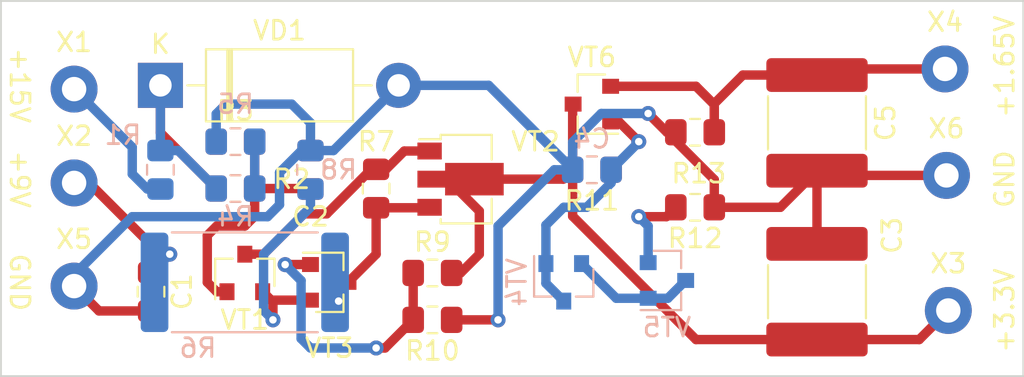
<source format=kicad_pcb>
(kicad_pcb (version 20171130) (host pcbnew "(5.1.6)-1")

  (general
    (thickness 1.6)
    (drawings 10)
    (tracks 148)
    (zones 0)
    (modules 31)
    (nets 15)
  )

  (page A3)
  (layers
    (0 F.Cu signal)
    (31 B.Cu signal)
    (32 B.Adhes user)
    (33 F.Adhes user)
    (34 B.Paste user hide)
    (35 F.Paste user hide)
    (36 B.SilkS user)
    (37 F.SilkS user)
    (38 B.Mask user)
    (39 F.Mask user)
    (40 Dwgs.User user)
    (41 Cmts.User user)
    (42 Eco1.User user)
    (43 Eco2.User user)
    (44 Edge.Cuts user)
    (45 Margin user)
    (46 B.CrtYd user)
    (47 F.CrtYd user)
    (48 B.Fab user)
    (49 F.Fab user hide)
  )

  (setup
    (last_trace_width 0.5)
    (user_trace_width 0.5)
    (trace_clearance 0.5)
    (zone_clearance 0.508)
    (zone_45_only no)
    (trace_min 0.2)
    (via_size 0.8)
    (via_drill 0.4)
    (via_min_size 0.4)
    (via_min_drill 0.3)
    (uvia_size 0.3)
    (uvia_drill 0.1)
    (uvias_allowed no)
    (uvia_min_size 0.2)
    (uvia_min_drill 0.1)
    (edge_width 0.1)
    (segment_width 0.2)
    (pcb_text_width 0.3)
    (pcb_text_size 1.5 1.5)
    (mod_edge_width 0.15)
    (mod_text_size 1 1)
    (mod_text_width 0.15)
    (pad_size 1.524 1.524)
    (pad_drill 0.762)
    (pad_to_mask_clearance 0)
    (aux_axis_origin 0 0)
    (grid_origin 71 48)
    (visible_elements 7FFFFFFF)
    (pcbplotparams
      (layerselection 0x010fd_ffffffff)
      (usegerberextensions false)
      (usegerberattributes true)
      (usegerberadvancedattributes true)
      (creategerberjobfile false)
      (excludeedgelayer true)
      (linewidth 0.100000)
      (plotframeref false)
      (viasonmask false)
      (mode 1)
      (useauxorigin true)
      (hpglpennumber 1)
      (hpglpenspeed 20)
      (hpglpendiameter 15.000000)
      (psnegative false)
      (psa4output false)
      (plotreference true)
      (plotvalue false)
      (plotinvisibletext false)
      (padsonsilk false)
      (subtractmaskfromsilk true)
      (outputformat 1)
      (mirror false)
      (drillshape 0)
      (scaleselection 1)
      (outputdirectory "Заказ плат/"))
  )

  (net 0 "")
  (net 1 GND)
  (net 2 "Net-(R7-Pad2)")
  (net 3 "Net-(R10-Pad2)")
  (net 4 +15V)
  (net 5 +9V)
  (net 6 +3,3V)
  (net 7 +1,65V)
  (net 8 "Net-(C2-Pad1)")
  (net 9 "Net-(C4-Pad1)")
  (net 10 "Net-(R1-Pad1)")
  (net 11 "Net-(R6-Pad1)")
  (net 12 "Net-(R8-Pad1)")
  (net 13 "Net-(R12-Pad2)")
  (net 14 "Net-(VT4-Pad2)")

  (net_class Default "Это класс цепей по умолчанию."
    (clearance 0.5)
    (trace_width 0.5)
    (via_dia 0.8)
    (via_drill 0.4)
    (uvia_dia 0.3)
    (uvia_drill 0.1)
    (add_net +1,65V)
    (add_net +15V)
    (add_net +3,3V)
    (add_net +9V)
    (add_net GND)
    (add_net "Net-(C2-Pad1)")
    (add_net "Net-(C4-Pad1)")
    (add_net "Net-(R1-Pad1)")
    (add_net "Net-(R10-Pad2)")
    (add_net "Net-(R12-Pad2)")
    (add_net "Net-(R6-Pad1)")
    (add_net "Net-(R7-Pad2)")
    (add_net "Net-(R8-Pad1)")
    (add_net "Net-(VT4-Pad2)")
  )

  (module Package_TO_SOT_SMD:SOT-89-3 (layer F.Cu) (tedit 5C33D6E8) (tstamp 63874F8B)
    (at 141 111.5)
    (descr "SOT-89-3, http://ww1.microchip.com/downloads/en/DeviceDoc/3L_SOT-89_MB_C04-029C.pdf")
    (tags SOT-89-3)
    (path /638C01B7)
    (attr smd)
    (fp_text reference VT2 (at 4 -2) (layer F.SilkS)
      (effects (font (size 1 1) (thickness 0.15)))
    )
    (fp_text value 2Т664А9 (at 0.3 3.5) (layer F.Fab)
      (effects (font (size 1 1) (thickness 0.15)))
    )
    (fp_line (start -1.06 2.36) (end -1.06 2.13) (layer F.SilkS) (width 0.12))
    (fp_line (start -1.06 -2.36) (end -1.06 -2.13) (layer F.SilkS) (width 0.12))
    (fp_line (start -1.06 -2.36) (end 1.66 -2.36) (layer F.SilkS) (width 0.12))
    (fp_line (start -2.55 2.5) (end -2.55 -2.5) (layer F.CrtYd) (width 0.05))
    (fp_line (start -2.55 2.5) (end 2.55 2.5) (layer F.CrtYd) (width 0.05))
    (fp_line (start 2.55 -2.5) (end -2.55 -2.5) (layer F.CrtYd) (width 0.05))
    (fp_line (start 2.55 -2.5) (end 2.55 2.5) (layer F.CrtYd) (width 0.05))
    (fp_line (start 0.05 -2.25) (end 1.55 -2.25) (layer F.Fab) (width 0.1))
    (fp_line (start -0.95 2.25) (end -0.95 -1.25) (layer F.Fab) (width 0.1))
    (fp_line (start 1.55 2.25) (end -0.95 2.25) (layer F.Fab) (width 0.1))
    (fp_line (start 1.55 -2.25) (end 1.55 2.25) (layer F.Fab) (width 0.1))
    (fp_line (start -0.95 -1.25) (end 0.05 -2.25) (layer F.Fab) (width 0.1))
    (fp_line (start 1.66 -2.36) (end 1.66 -1.05) (layer F.SilkS) (width 0.12))
    (fp_line (start -2.2 -2.13) (end -1.06 -2.13) (layer F.SilkS) (width 0.12))
    (fp_line (start 1.66 2.36) (end -1.06 2.36) (layer F.SilkS) (width 0.12))
    (fp_line (start 1.66 1.05) (end 1.66 2.36) (layer F.SilkS) (width 0.12))
    (fp_text user %R (at 0.5 0 90) (layer F.Fab)
      (effects (font (size 1 1) (thickness 0.15)))
    )
    (pad 1 smd rect (at -1.65 -1.5) (size 1.3 0.9) (layers F.Cu F.Paste F.Mask)
      (net 2 "Net-(R7-Pad2)"))
    (pad 3 smd rect (at -1.65 1.5) (size 1.3 0.9) (layers F.Cu F.Paste F.Mask)
      (net 11 "Net-(R6-Pad1)"))
    (pad 2 smd custom (at -1.5625 0) (size 1.475 0.9) (layers F.Cu F.Paste F.Mask)
      (net 6 +3,3V) (zone_connect 2)
      (options (clearance outline) (anchor rect))
      (primitives
        (gr_poly (pts
           (xy 0.7375 -0.8665) (xy 3.8625 -0.8665) (xy 3.8625 0.8665) (xy 0.7375 0.8665)) (width 0))
      ))
    (model ${KISYS3DMOD}/Package_TO_SOT_SMD.3dshapes/SOT-89-3.wrl
      (at (xyz 0 0 0))
      (scale (xyz 1 1 1))
      (rotate (xyz 0 0 0))
    )
  )

  (module Connector_Wire_RU:SolderWirePad_single_2.5x1.3mmDrill (layer F.Cu) (tedit 602CDE4F) (tstamp 63874536)
    (at 120.4 106.7)
    (path /63A58738)
    (fp_text reference X1 (at 0 -2.5) (layer F.SilkS)
      (effects (font (size 1 1) (thickness 0.15)))
    )
    (fp_text value CON (at 0 2.5) (layer F.Fab)
      (effects (font (size 1 1) (thickness 0.15)))
    )
    (fp_circle (center 0 0) (end 2.25 0) (layer B.CrtYd) (width 0.05))
    (fp_circle (center 0 0) (end 2.25 0) (layer F.CrtYd) (width 0.05))
    (fp_circle (center 0 0) (end 0 -1) (layer F.Fab) (width 0.1))
    (fp_circle (center 0 0) (end 0 -0.4) (layer F.Fab) (width 0.1))
    (fp_text user %R (at 0 -2.5) (layer F.Fab)
      (effects (font (size 1 1) (thickness 0.15)))
    )
    (pad 1 thru_hole circle (at 0 0) (size 2.5 2.5) (drill 1.3) (layers *.Cu *.Mask)
      (net 4 +15V))
    (model ${RU_KICAD_PACKAGES3D}/Connector_Wire_RU.3dshapes/SolderWirePad_single_2.5x1.3mmDrill.step
      (at (xyz 0 0 0))
      (scale (xyz 1 1 1))
      (rotate (xyz 0 0 0))
    )
  )

  (module Connector_Wire_RU:SolderWirePad_single_2.5x1.3mmDrill (layer F.Cu) (tedit 602CDE4F) (tstamp 63874540)
    (at 120.4 111.7)
    (path /638B6D5F)
    (fp_text reference X2 (at 0 -2.5) (layer F.SilkS)
      (effects (font (size 1 1) (thickness 0.15)))
    )
    (fp_text value CON (at 0 2.5) (layer F.Fab)
      (effects (font (size 1 1) (thickness 0.15)))
    )
    (fp_circle (center 0 0) (end 0 -0.4) (layer F.Fab) (width 0.1))
    (fp_circle (center 0 0) (end 0 -1) (layer F.Fab) (width 0.1))
    (fp_circle (center 0 0) (end 2.25 0) (layer F.CrtYd) (width 0.05))
    (fp_circle (center 0 0) (end 2.25 0) (layer B.CrtYd) (width 0.05))
    (fp_text user %R (at 0 -2.5) (layer F.Fab)
      (effects (font (size 1 1) (thickness 0.15)))
    )
    (pad 1 thru_hole circle (at 0 0) (size 2.5 2.5) (drill 1.3) (layers *.Cu *.Mask)
      (net 5 +9V))
    (model ${RU_KICAD_PACKAGES3D}/Connector_Wire_RU.3dshapes/SolderWirePad_single_2.5x1.3mmDrill.step
      (at (xyz 0 0 0))
      (scale (xyz 1 1 1))
      (rotate (xyz 0 0 0))
    )
  )

  (module Connector_Wire_RU:SolderWirePad_single_2.5x1.3mmDrill (layer F.Cu) (tedit 602CDE4F) (tstamp 6387454A)
    (at 167 118.5)
    (path /638B9540)
    (fp_text reference X3 (at 0 -2.5) (layer F.SilkS)
      (effects (font (size 1 1) (thickness 0.15)))
    )
    (fp_text value CON (at 0 2.5) (layer F.Fab)
      (effects (font (size 1 1) (thickness 0.15)))
    )
    (fp_circle (center 0 0) (end 2.25 0) (layer B.CrtYd) (width 0.05))
    (fp_circle (center 0 0) (end 2.25 0) (layer F.CrtYd) (width 0.05))
    (fp_circle (center 0 0) (end 0 -1) (layer F.Fab) (width 0.1))
    (fp_circle (center 0 0) (end 0 -0.4) (layer F.Fab) (width 0.1))
    (fp_text user %R (at 0 -2.5) (layer F.Fab)
      (effects (font (size 1 1) (thickness 0.15)))
    )
    (pad 1 thru_hole circle (at 0 0) (size 2.5 2.5) (drill 1.3) (layers *.Cu *.Mask)
      (net 6 +3,3V))
    (model ${RU_KICAD_PACKAGES3D}/Connector_Wire_RU.3dshapes/SolderWirePad_single_2.5x1.3mmDrill.step
      (at (xyz 0 0 0))
      (scale (xyz 1 1 1))
      (rotate (xyz 0 0 0))
    )
  )

  (module Connector_Wire_RU:SolderWirePad_single_2.5x1.3mmDrill (layer F.Cu) (tedit 602CDE4F) (tstamp 63874554)
    (at 166.825001 105.625001)
    (path /638BBC4D)
    (fp_text reference X4 (at 0 -2.5) (layer F.SilkS)
      (effects (font (size 1 1) (thickness 0.15)))
    )
    (fp_text value CON (at 0 2.5) (layer F.Fab)
      (effects (font (size 1 1) (thickness 0.15)))
    )
    (fp_circle (center 0 0) (end 0 -0.4) (layer F.Fab) (width 0.1))
    (fp_circle (center 0 0) (end 0 -1) (layer F.Fab) (width 0.1))
    (fp_circle (center 0 0) (end 2.25 0) (layer F.CrtYd) (width 0.05))
    (fp_circle (center 0 0) (end 2.25 0) (layer B.CrtYd) (width 0.05))
    (fp_text user %R (at 0 -2.5) (layer F.Fab)
      (effects (font (size 1 1) (thickness 0.15)))
    )
    (pad 1 thru_hole circle (at 0 0) (size 2.5 2.5) (drill 1.3) (layers *.Cu *.Mask)
      (net 7 +1,65V))
    (model ${RU_KICAD_PACKAGES3D}/Connector_Wire_RU.3dshapes/SolderWirePad_single_2.5x1.3mmDrill.step
      (at (xyz 0 0 0))
      (scale (xyz 1 1 1))
      (rotate (xyz 0 0 0))
    )
  )

  (module Connector_Wire_RU:SolderWirePad_single_2.5x1.3mmDrill (layer F.Cu) (tedit 602CDE4F) (tstamp 6387455E)
    (at 120.4 117.2)
    (path /638BE358)
    (fp_text reference X5 (at 0 -2.5) (layer F.SilkS)
      (effects (font (size 1 1) (thickness 0.15)))
    )
    (fp_text value CON (at 0 2.5) (layer F.Fab)
      (effects (font (size 1 1) (thickness 0.15)))
    )
    (fp_circle (center 0 0) (end 2.25 0) (layer B.CrtYd) (width 0.05))
    (fp_circle (center 0 0) (end 2.25 0) (layer F.CrtYd) (width 0.05))
    (fp_circle (center 0 0) (end 0 -1) (layer F.Fab) (width 0.1))
    (fp_circle (center 0 0) (end 0 -0.4) (layer F.Fab) (width 0.1))
    (fp_text user %R (at 0 -2.5) (layer F.Fab)
      (effects (font (size 1 1) (thickness 0.15)))
    )
    (pad 1 thru_hole circle (at 0 0) (size 2.5 2.5) (drill 1.3) (layers *.Cu *.Mask)
      (net 1 GND))
    (model ${RU_KICAD_PACKAGES3D}/Connector_Wire_RU.3dshapes/SolderWirePad_single_2.5x1.3mmDrill.step
      (at (xyz 0 0 0))
      (scale (xyz 1 1 1))
      (rotate (xyz 0 0 0))
    )
  )

  (module Connector_Wire_RU:SolderWirePad_single_2.5x1.3mmDrill (layer F.Cu) (tedit 602CDE4F) (tstamp 63874568)
    (at 166.9 111.3)
    (path /638D97CF)
    (fp_text reference X6 (at 0 -2.5) (layer F.SilkS)
      (effects (font (size 1 1) (thickness 0.15)))
    )
    (fp_text value CON (at 0 2.5) (layer F.Fab)
      (effects (font (size 1 1) (thickness 0.15)))
    )
    (fp_circle (center 0 0) (end 0 -0.4) (layer F.Fab) (width 0.1))
    (fp_circle (center 0 0) (end 0 -1) (layer F.Fab) (width 0.1))
    (fp_circle (center 0 0) (end 2.25 0) (layer F.CrtYd) (width 0.05))
    (fp_circle (center 0 0) (end 2.25 0) (layer B.CrtYd) (width 0.05))
    (fp_text user %R (at 0 -2.5) (layer F.Fab)
      (effects (font (size 1 1) (thickness 0.15)))
    )
    (pad 1 thru_hole circle (at 0 0) (size 2.5 2.5) (drill 1.3) (layers *.Cu *.Mask)
      (net 1 GND))
    (model ${RU_KICAD_PACKAGES3D}/Connector_Wire_RU.3dshapes/SolderWirePad_single_2.5x1.3mmDrill.step
      (at (xyz 0 0 0))
      (scale (xyz 1 1 1))
      (rotate (xyz 0 0 0))
    )
  )

  (module Capacitor_SMD:C_0805_2012Metric_Pad1.15x1.40mm_HandSolder (layer F.Cu) (tedit 5B36C52B) (tstamp 63874E1E)
    (at 124.5 117.5 270)
    (descr "Capacitor SMD 0805 (2012 Metric), square (rectangular) end terminal, IPC_7351 nominal with elongated pad for handsoldering. (Body size source: https://docs.google.com/spreadsheets/d/1BsfQQcO9C6DZCsRaXUlFlo91Tg2WpOkGARC1WS5S8t0/edit?usp=sharing), generated with kicad-footprint-generator")
    (tags "capacitor handsolder")
    (path /639B015E)
    (attr smd)
    (fp_text reference C1 (at 0 -1.65 90) (layer F.SilkS)
      (effects (font (size 1 1) (thickness 0.15)))
    )
    (fp_text value 0.15 (at 0 1.65 90) (layer F.Fab)
      (effects (font (size 1 1) (thickness 0.15)))
    )
    (fp_line (start 1.85 0.95) (end -1.85 0.95) (layer F.CrtYd) (width 0.05))
    (fp_line (start 1.85 -0.95) (end 1.85 0.95) (layer F.CrtYd) (width 0.05))
    (fp_line (start -1.85 -0.95) (end 1.85 -0.95) (layer F.CrtYd) (width 0.05))
    (fp_line (start -1.85 0.95) (end -1.85 -0.95) (layer F.CrtYd) (width 0.05))
    (fp_line (start -0.261252 0.71) (end 0.261252 0.71) (layer F.SilkS) (width 0.12))
    (fp_line (start -0.261252 -0.71) (end 0.261252 -0.71) (layer F.SilkS) (width 0.12))
    (fp_line (start 1 0.6) (end -1 0.6) (layer F.Fab) (width 0.1))
    (fp_line (start 1 -0.6) (end 1 0.6) (layer F.Fab) (width 0.1))
    (fp_line (start -1 -0.6) (end 1 -0.6) (layer F.Fab) (width 0.1))
    (fp_line (start -1 0.6) (end -1 -0.6) (layer F.Fab) (width 0.1))
    (fp_text user %R (at 0 0 90) (layer F.Fab)
      (effects (font (size 0.5 0.5) (thickness 0.08)))
    )
    (pad 1 smd roundrect (at -1.025 0 270) (size 1.15 1.4) (layers F.Cu F.Paste F.Mask) (roundrect_rratio 0.217391)
      (net 5 +9V))
    (pad 2 smd roundrect (at 1.025 0 270) (size 1.15 1.4) (layers F.Cu F.Paste F.Mask) (roundrect_rratio 0.217391)
      (net 1 GND))
    (model ${KISYS3DMOD}/Capacitor_SMD.3dshapes/C_0805_2012Metric.wrl
      (at (xyz 0 0 0))
      (scale (xyz 1 1 1))
      (rotate (xyz 0 0 0))
    )
  )

  (module Capacitor_SMD:C_0805_2012Metric_Pad1.15x1.40mm_HandSolder (layer F.Cu) (tedit 5B36C52B) (tstamp 63874E2F)
    (at 133 111 90)
    (descr "Capacitor SMD 0805 (2012 Metric), square (rectangular) end terminal, IPC_7351 nominal with elongated pad for handsoldering. (Body size source: https://docs.google.com/spreadsheets/d/1BsfQQcO9C6DZCsRaXUlFlo91Tg2WpOkGARC1WS5S8t0/edit?usp=sharing), generated with kicad-footprint-generator")
    (tags "capacitor handsolder")
    (path /6399FF77)
    (attr smd)
    (fp_text reference C2 (at -2.5 0 180) (layer F.SilkS)
      (effects (font (size 1 1) (thickness 0.15)))
    )
    (fp_text value 0.15 (at 0 1.65 90) (layer F.Fab)
      (effects (font (size 1 1) (thickness 0.15)))
    )
    (fp_line (start -1 0.6) (end -1 -0.6) (layer F.Fab) (width 0.1))
    (fp_line (start -1 -0.6) (end 1 -0.6) (layer F.Fab) (width 0.1))
    (fp_line (start 1 -0.6) (end 1 0.6) (layer F.Fab) (width 0.1))
    (fp_line (start 1 0.6) (end -1 0.6) (layer F.Fab) (width 0.1))
    (fp_line (start -0.261252 -0.71) (end 0.261252 -0.71) (layer F.SilkS) (width 0.12))
    (fp_line (start -0.261252 0.71) (end 0.261252 0.71) (layer F.SilkS) (width 0.12))
    (fp_line (start -1.85 0.95) (end -1.85 -0.95) (layer F.CrtYd) (width 0.05))
    (fp_line (start -1.85 -0.95) (end 1.85 -0.95) (layer F.CrtYd) (width 0.05))
    (fp_line (start 1.85 -0.95) (end 1.85 0.95) (layer F.CrtYd) (width 0.05))
    (fp_line (start 1.85 0.95) (end -1.85 0.95) (layer F.CrtYd) (width 0.05))
    (fp_text user %R (at 0 0 90) (layer F.Fab)
      (effects (font (size 0.5 0.5) (thickness 0.08)))
    )
    (pad 2 smd roundrect (at 1.025 0 90) (size 1.15 1.4) (layers F.Cu F.Paste F.Mask) (roundrect_rratio 0.217391)
      (net 1 GND))
    (pad 1 smd roundrect (at -1.025 0 90) (size 1.15 1.4) (layers F.Cu F.Paste F.Mask) (roundrect_rratio 0.217391)
      (net 8 "Net-(C2-Pad1)"))
    (model ${KISYS3DMOD}/Capacitor_SMD.3dshapes/C_0805_2012Metric.wrl
      (at (xyz 0 0 0))
      (scale (xyz 1 1 1))
      (rotate (xyz 0 0 0))
    )
  )

  (module Capacitor_SMD:C_2220_5650Metric (layer F.Cu) (tedit 5B301BBE) (tstamp 63874E40)
    (at 160 117.5 90)
    (descr "Capacitor SMD 2220 (5650 Metric), square (rectangular) end terminal, IPC_7351 nominal, (Body size from: http://datasheets.avx.com/AVX-HV_MLCC.pdf), generated with kicad-footprint-generator")
    (tags capacitor)
    (path /639E4626)
    (attr smd)
    (fp_text reference C3 (at 3 4 90) (layer F.SilkS)
      (effects (font (size 1 1) (thickness 0.15)))
    )
    (fp_text value 2.2 (at 0 3.65 90) (layer F.Fab)
      (effects (font (size 1 1) (thickness 0.15)))
    )
    (fp_line (start 3.7 2.95) (end -3.7 2.95) (layer F.CrtYd) (width 0.05))
    (fp_line (start 3.7 -2.95) (end 3.7 2.95) (layer F.CrtYd) (width 0.05))
    (fp_line (start -3.7 -2.95) (end 3.7 -2.95) (layer F.CrtYd) (width 0.05))
    (fp_line (start -3.7 2.95) (end -3.7 -2.95) (layer F.CrtYd) (width 0.05))
    (fp_line (start -1.415748 2.61) (end 1.415748 2.61) (layer F.SilkS) (width 0.12))
    (fp_line (start -1.415748 -2.61) (end 1.415748 -2.61) (layer F.SilkS) (width 0.12))
    (fp_line (start 2.85 2.5) (end -2.85 2.5) (layer F.Fab) (width 0.1))
    (fp_line (start 2.85 -2.5) (end 2.85 2.5) (layer F.Fab) (width 0.1))
    (fp_line (start -2.85 -2.5) (end 2.85 -2.5) (layer F.Fab) (width 0.1))
    (fp_line (start -2.85 2.5) (end -2.85 -2.5) (layer F.Fab) (width 0.1))
    (fp_text user %R (at 0 0 90) (layer F.Fab)
      (effects (font (size 1 1) (thickness 0.15)))
    )
    (pad 1 smd roundrect (at -2.55 0 90) (size 1.8 5.4) (layers F.Cu F.Paste F.Mask) (roundrect_rratio 0.138889)
      (net 6 +3,3V))
    (pad 2 smd roundrect (at 2.55 0 90) (size 1.8 5.4) (layers F.Cu F.Paste F.Mask) (roundrect_rratio 0.138889)
      (net 1 GND))
    (model ${KISYS3DMOD}/Capacitor_SMD.3dshapes/C_2220_5650Metric.wrl
      (at (xyz 0 0 0))
      (scale (xyz 1 1 1))
      (rotate (xyz 0 0 0))
    )
  )

  (module Capacitor_SMD:C_0805_2012Metric_Pad1.15x1.40mm_HandSolder (layer B.Cu) (tedit 5B36C52B) (tstamp 63874E51)
    (at 148 111 180)
    (descr "Capacitor SMD 0805 (2012 Metric), square (rectangular) end terminal, IPC_7351 nominal with elongated pad for handsoldering. (Body size source: https://docs.google.com/spreadsheets/d/1BsfQQcO9C6DZCsRaXUlFlo91Tg2WpOkGARC1WS5S8t0/edit?usp=sharing), generated with kicad-footprint-generator")
    (tags "capacitor handsolder")
    (path /63A2C548)
    (attr smd)
    (fp_text reference C4 (at 0 1.65) (layer B.SilkS)
      (effects (font (size 1 1) (thickness 0.15)) (justify mirror))
    )
    (fp_text value 0.15 (at 0 -1.65) (layer B.Fab)
      (effects (font (size 1 1) (thickness 0.15)) (justify mirror))
    )
    (fp_line (start 1.85 -0.95) (end -1.85 -0.95) (layer B.CrtYd) (width 0.05))
    (fp_line (start 1.85 0.95) (end 1.85 -0.95) (layer B.CrtYd) (width 0.05))
    (fp_line (start -1.85 0.95) (end 1.85 0.95) (layer B.CrtYd) (width 0.05))
    (fp_line (start -1.85 -0.95) (end -1.85 0.95) (layer B.CrtYd) (width 0.05))
    (fp_line (start -0.261252 -0.71) (end 0.261252 -0.71) (layer B.SilkS) (width 0.12))
    (fp_line (start -0.261252 0.71) (end 0.261252 0.71) (layer B.SilkS) (width 0.12))
    (fp_line (start 1 -0.6) (end -1 -0.6) (layer B.Fab) (width 0.1))
    (fp_line (start 1 0.6) (end 1 -0.6) (layer B.Fab) (width 0.1))
    (fp_line (start -1 0.6) (end 1 0.6) (layer B.Fab) (width 0.1))
    (fp_line (start -1 -0.6) (end -1 0.6) (layer B.Fab) (width 0.1))
    (fp_text user %R (at 0 0) (layer B.Fab)
      (effects (font (size 0.5 0.5) (thickness 0.08)) (justify mirror))
    )
    (pad 1 smd roundrect (at -1.025 0 180) (size 1.15 1.4) (layers B.Cu B.Paste B.Mask) (roundrect_rratio 0.217391)
      (net 9 "Net-(C4-Pad1)"))
    (pad 2 smd roundrect (at 1.025 0 180) (size 1.15 1.4) (layers B.Cu B.Paste B.Mask) (roundrect_rratio 0.217391)
      (net 1 GND))
    (model ${KISYS3DMOD}/Capacitor_SMD.3dshapes/C_0805_2012Metric.wrl
      (at (xyz 0 0 0))
      (scale (xyz 1 1 1))
      (rotate (xyz 0 0 0))
    )
  )

  (module Capacitor_SMD:C_2220_5650Metric (layer F.Cu) (tedit 5B301BBE) (tstamp 63874E62)
    (at 160 108.5 270)
    (descr "Capacitor SMD 2220 (5650 Metric), square (rectangular) end terminal, IPC_7351 nominal, (Body size from: http://datasheets.avx.com/AVX-HV_MLCC.pdf), generated with kicad-footprint-generator")
    (tags capacitor)
    (path /63A2CBEC)
    (attr smd)
    (fp_text reference C5 (at 0 -3.65 90) (layer F.SilkS)
      (effects (font (size 1 1) (thickness 0.15)))
    )
    (fp_text value 2.2 (at 0 3.65 90) (layer F.Fab)
      (effects (font (size 1 1) (thickness 0.15)))
    )
    (fp_line (start -2.85 2.5) (end -2.85 -2.5) (layer F.Fab) (width 0.1))
    (fp_line (start -2.85 -2.5) (end 2.85 -2.5) (layer F.Fab) (width 0.1))
    (fp_line (start 2.85 -2.5) (end 2.85 2.5) (layer F.Fab) (width 0.1))
    (fp_line (start 2.85 2.5) (end -2.85 2.5) (layer F.Fab) (width 0.1))
    (fp_line (start -1.415748 -2.61) (end 1.415748 -2.61) (layer F.SilkS) (width 0.12))
    (fp_line (start -1.415748 2.61) (end 1.415748 2.61) (layer F.SilkS) (width 0.12))
    (fp_line (start -3.7 2.95) (end -3.7 -2.95) (layer F.CrtYd) (width 0.05))
    (fp_line (start -3.7 -2.95) (end 3.7 -2.95) (layer F.CrtYd) (width 0.05))
    (fp_line (start 3.7 -2.95) (end 3.7 2.95) (layer F.CrtYd) (width 0.05))
    (fp_line (start 3.7 2.95) (end -3.7 2.95) (layer F.CrtYd) (width 0.05))
    (fp_text user %R (at 0 0 90) (layer F.Fab)
      (effects (font (size 1 1) (thickness 0.15)))
    )
    (pad 2 smd roundrect (at 2.55 0 270) (size 1.8 5.4) (layers F.Cu F.Paste F.Mask) (roundrect_rratio 0.138889)
      (net 1 GND))
    (pad 1 smd roundrect (at -2.55 0 270) (size 1.8 5.4) (layers F.Cu F.Paste F.Mask) (roundrect_rratio 0.138889)
      (net 7 +1,65V))
    (model ${KISYS3DMOD}/Capacitor_SMD.3dshapes/C_2220_5650Metric.wrl
      (at (xyz 0 0 0))
      (scale (xyz 1 1 1))
      (rotate (xyz 0 0 0))
    )
  )

  (module Resistor_SMD:R_0805_2012Metric_Pad1.15x1.40mm_HandSolder (layer B.Cu) (tedit 5B36C52B) (tstamp 638D7668)
    (at 125 111 270)
    (descr "Resistor SMD 0805 (2012 Metric), square (rectangular) end terminal, IPC_7351 nominal with elongated pad for handsoldering. (Body size source: https://docs.google.com/spreadsheets/d/1BsfQQcO9C6DZCsRaXUlFlo91Tg2WpOkGARC1WS5S8t0/edit?usp=sharing), generated with kicad-footprint-generator")
    (tags "resistor handsolder")
    (path /6399A099)
    (attr smd)
    (fp_text reference R1 (at -1.85 2) (layer B.SilkS)
      (effects (font (size 1 1) (thickness 0.15)) (justify mirror))
    )
    (fp_text value 1k (at 0 -1.65 270) (layer B.Fab)
      (effects (font (size 1 1) (thickness 0.15)) (justify mirror))
    )
    (fp_line (start -1 -0.6) (end -1 0.6) (layer B.Fab) (width 0.1))
    (fp_line (start -1 0.6) (end 1 0.6) (layer B.Fab) (width 0.1))
    (fp_line (start 1 0.6) (end 1 -0.6) (layer B.Fab) (width 0.1))
    (fp_line (start 1 -0.6) (end -1 -0.6) (layer B.Fab) (width 0.1))
    (fp_line (start -0.261252 0.71) (end 0.261252 0.71) (layer B.SilkS) (width 0.12))
    (fp_line (start -0.261252 -0.71) (end 0.261252 -0.71) (layer B.SilkS) (width 0.12))
    (fp_line (start -1.85 -0.95) (end -1.85 0.95) (layer B.CrtYd) (width 0.05))
    (fp_line (start -1.85 0.95) (end 1.85 0.95) (layer B.CrtYd) (width 0.05))
    (fp_line (start 1.85 0.95) (end 1.85 -0.95) (layer B.CrtYd) (width 0.05))
    (fp_line (start 1.85 -0.95) (end -1.85 -0.95) (layer B.CrtYd) (width 0.05))
    (fp_text user %R (at 0 0 270) (layer B.Fab)
      (effects (font (size 0.5 0.5) (thickness 0.08)) (justify mirror))
    )
    (pad 2 smd roundrect (at 1.025 0 270) (size 1.15 1.4) (layers B.Cu B.Paste B.Mask) (roundrect_rratio 0.217391)
      (net 4 +15V))
    (pad 1 smd roundrect (at -1.025 0 270) (size 1.15 1.4) (layers B.Cu B.Paste B.Mask) (roundrect_rratio 0.217391)
      (net 10 "Net-(R1-Pad1)"))
    (model ${KISYS3DMOD}/Resistor_SMD.3dshapes/R_0805_2012Metric.wrl
      (at (xyz 0 0 0))
      (scale (xyz 1 1 1))
      (rotate (xyz 0 0 0))
    )
  )

  (module Resistor_SMD:R_0805_2012Metric_Pad1.15x1.40mm_HandSolder (layer F.Cu) (tedit 5B36C52B) (tstamp 63874E84)
    (at 129 112 180)
    (descr "Resistor SMD 0805 (2012 Metric), square (rectangular) end terminal, IPC_7351 nominal with elongated pad for handsoldering. (Body size source: https://docs.google.com/spreadsheets/d/1BsfQQcO9C6DZCsRaXUlFlo91Tg2WpOkGARC1WS5S8t0/edit?usp=sharing), generated with kicad-footprint-generator")
    (tags "resistor handsolder")
    (path /6399BC6C)
    (attr smd)
    (fp_text reference R2 (at -3 0.5) (layer F.SilkS)
      (effects (font (size 1 1) (thickness 0.15)))
    )
    (fp_text value 12.4k (at 0 1.65) (layer F.Fab)
      (effects (font (size 1 1) (thickness 0.15)))
    )
    (fp_line (start 1.85 0.95) (end -1.85 0.95) (layer F.CrtYd) (width 0.05))
    (fp_line (start 1.85 -0.95) (end 1.85 0.95) (layer F.CrtYd) (width 0.05))
    (fp_line (start -1.85 -0.95) (end 1.85 -0.95) (layer F.CrtYd) (width 0.05))
    (fp_line (start -1.85 0.95) (end -1.85 -0.95) (layer F.CrtYd) (width 0.05))
    (fp_line (start -0.261252 0.71) (end 0.261252 0.71) (layer F.SilkS) (width 0.12))
    (fp_line (start -0.261252 -0.71) (end 0.261252 -0.71) (layer F.SilkS) (width 0.12))
    (fp_line (start 1 0.6) (end -1 0.6) (layer F.Fab) (width 0.1))
    (fp_line (start 1 -0.6) (end 1 0.6) (layer F.Fab) (width 0.1))
    (fp_line (start -1 -0.6) (end 1 -0.6) (layer F.Fab) (width 0.1))
    (fp_line (start -1 0.6) (end -1 -0.6) (layer F.Fab) (width 0.1))
    (fp_text user %R (at 0 0) (layer F.Fab)
      (effects (font (size 0.5 0.5) (thickness 0.08)))
    )
    (pad 1 smd roundrect (at -1.025 0 180) (size 1.15 1.4) (layers F.Cu F.Paste F.Mask) (roundrect_rratio 0.217391)
      (net 8 "Net-(C2-Pad1)"))
    (pad 2 smd roundrect (at 1.025 0 180) (size 1.15 1.4) (layers F.Cu F.Paste F.Mask) (roundrect_rratio 0.217391)
      (net 10 "Net-(R1-Pad1)"))
    (model ${KISYS3DMOD}/Resistor_SMD.3dshapes/R_0805_2012Metric.wrl
      (at (xyz 0 0 0))
      (scale (xyz 1 1 1))
      (rotate (xyz 0 0 0))
    )
  )

  (module Resistor_SMD:R_0805_2012Metric_Pad1.15x1.40mm_HandSolder (layer F.Cu) (tedit 5B36C52B) (tstamp 63874E95)
    (at 129 109.5)
    (descr "Resistor SMD 0805 (2012 Metric), square (rectangular) end terminal, IPC_7351 nominal with elongated pad for handsoldering. (Body size source: https://docs.google.com/spreadsheets/d/1BsfQQcO9C6DZCsRaXUlFlo91Tg2WpOkGARC1WS5S8t0/edit?usp=sharing), generated with kicad-footprint-generator")
    (tags "resistor handsolder")
    (path /639A4AC5)
    (attr smd)
    (fp_text reference R3 (at 0 -1.65) (layer F.SilkS)
      (effects (font (size 1 1) (thickness 0.15)))
    )
    (fp_text value 8.25k (at 0 1.65) (layer F.Fab)
      (effects (font (size 1 1) (thickness 0.15)))
    )
    (fp_line (start -1 0.6) (end -1 -0.6) (layer F.Fab) (width 0.1))
    (fp_line (start -1 -0.6) (end 1 -0.6) (layer F.Fab) (width 0.1))
    (fp_line (start 1 -0.6) (end 1 0.6) (layer F.Fab) (width 0.1))
    (fp_line (start 1 0.6) (end -1 0.6) (layer F.Fab) (width 0.1))
    (fp_line (start -0.261252 -0.71) (end 0.261252 -0.71) (layer F.SilkS) (width 0.12))
    (fp_line (start -0.261252 0.71) (end 0.261252 0.71) (layer F.SilkS) (width 0.12))
    (fp_line (start -1.85 0.95) (end -1.85 -0.95) (layer F.CrtYd) (width 0.05))
    (fp_line (start -1.85 -0.95) (end 1.85 -0.95) (layer F.CrtYd) (width 0.05))
    (fp_line (start 1.85 -0.95) (end 1.85 0.95) (layer F.CrtYd) (width 0.05))
    (fp_line (start 1.85 0.95) (end -1.85 0.95) (layer F.CrtYd) (width 0.05))
    (fp_text user %R (at 0 0) (layer F.Fab)
      (effects (font (size 0.5 0.5) (thickness 0.08)))
    )
    (pad 2 smd roundrect (at 1.025 0) (size 1.15 1.4) (layers F.Cu F.Paste F.Mask) (roundrect_rratio 0.217391)
      (net 8 "Net-(C2-Pad1)"))
    (pad 1 smd roundrect (at -1.025 0) (size 1.15 1.4) (layers F.Cu F.Paste F.Mask) (roundrect_rratio 0.217391)
      (net 1 GND))
    (model ${KISYS3DMOD}/Resistor_SMD.3dshapes/R_0805_2012Metric.wrl
      (at (xyz 0 0 0))
      (scale (xyz 1 1 1))
      (rotate (xyz 0 0 0))
    )
  )

  (module Resistor_SMD:R_0805_2012Metric_Pad1.15x1.40mm_HandSolder (layer B.Cu) (tedit 5B36C52B) (tstamp 63876A18)
    (at 129 112 180)
    (descr "Resistor SMD 0805 (2012 Metric), square (rectangular) end terminal, IPC_7351 nominal with elongated pad for handsoldering. (Body size source: https://docs.google.com/spreadsheets/d/1BsfQQcO9C6DZCsRaXUlFlo91Tg2WpOkGARC1WS5S8t0/edit?usp=sharing), generated with kicad-footprint-generator")
    (tags "resistor handsolder")
    (path /639AA67A)
    (attr smd)
    (fp_text reference R4 (at 0 -1.5) (layer B.SilkS)
      (effects (font (size 1 1) (thickness 0.15)) (justify mirror))
    )
    (fp_text value - (at 0 -1.65) (layer B.Fab)
      (effects (font (size 1 1) (thickness 0.15)) (justify mirror))
    )
    (fp_line (start 1.85 -0.95) (end -1.85 -0.95) (layer B.CrtYd) (width 0.05))
    (fp_line (start 1.85 0.95) (end 1.85 -0.95) (layer B.CrtYd) (width 0.05))
    (fp_line (start -1.85 0.95) (end 1.85 0.95) (layer B.CrtYd) (width 0.05))
    (fp_line (start -1.85 -0.95) (end -1.85 0.95) (layer B.CrtYd) (width 0.05))
    (fp_line (start -0.261252 -0.71) (end 0.261252 -0.71) (layer B.SilkS) (width 0.12))
    (fp_line (start -0.261252 0.71) (end 0.261252 0.71) (layer B.SilkS) (width 0.12))
    (fp_line (start 1 -0.6) (end -1 -0.6) (layer B.Fab) (width 0.1))
    (fp_line (start 1 0.6) (end 1 -0.6) (layer B.Fab) (width 0.1))
    (fp_line (start -1 0.6) (end 1 0.6) (layer B.Fab) (width 0.1))
    (fp_line (start -1 -0.6) (end -1 0.6) (layer B.Fab) (width 0.1))
    (fp_text user %R (at 0 0) (layer B.Fab)
      (effects (font (size 0.5 0.5) (thickness 0.08)) (justify mirror))
    )
    (pad 1 smd roundrect (at -1.025 0 180) (size 1.15 1.4) (layers B.Cu B.Paste B.Mask) (roundrect_rratio 0.217391)
      (net 8 "Net-(C2-Pad1)"))
    (pad 2 smd roundrect (at 1.025 0 180) (size 1.15 1.4) (layers B.Cu B.Paste B.Mask) (roundrect_rratio 0.217391)
      (net 10 "Net-(R1-Pad1)"))
    (model ${KISYS3DMOD}/Resistor_SMD.3dshapes/R_0805_2012Metric.wrl
      (at (xyz 0 0 0))
      (scale (xyz 1 1 1))
      (rotate (xyz 0 0 0))
    )
  )

  (module Resistor_SMD:R_0805_2012Metric_Pad1.15x1.40mm_HandSolder (layer B.Cu) (tedit 5B36C52B) (tstamp 63874EB7)
    (at 129 109.5)
    (descr "Resistor SMD 0805 (2012 Metric), square (rectangular) end terminal, IPC_7351 nominal with elongated pad for handsoldering. (Body size source: https://docs.google.com/spreadsheets/d/1BsfQQcO9C6DZCsRaXUlFlo91Tg2WpOkGARC1WS5S8t0/edit?usp=sharing), generated with kicad-footprint-generator")
    (tags "resistor handsolder")
    (path /639AA671)
    (attr smd)
    (fp_text reference R5 (at 0 -2) (layer B.SilkS)
      (effects (font (size 1 1) (thickness 0.15)) (justify mirror))
    )
    (fp_text value - (at 0 -1.65) (layer B.Fab)
      (effects (font (size 1 1) (thickness 0.15)) (justify mirror))
    )
    (fp_line (start -1 -0.6) (end -1 0.6) (layer B.Fab) (width 0.1))
    (fp_line (start -1 0.6) (end 1 0.6) (layer B.Fab) (width 0.1))
    (fp_line (start 1 0.6) (end 1 -0.6) (layer B.Fab) (width 0.1))
    (fp_line (start 1 -0.6) (end -1 -0.6) (layer B.Fab) (width 0.1))
    (fp_line (start -0.261252 0.71) (end 0.261252 0.71) (layer B.SilkS) (width 0.12))
    (fp_line (start -0.261252 -0.71) (end 0.261252 -0.71) (layer B.SilkS) (width 0.12))
    (fp_line (start -1.85 -0.95) (end -1.85 0.95) (layer B.CrtYd) (width 0.05))
    (fp_line (start -1.85 0.95) (end 1.85 0.95) (layer B.CrtYd) (width 0.05))
    (fp_line (start 1.85 0.95) (end 1.85 -0.95) (layer B.CrtYd) (width 0.05))
    (fp_line (start 1.85 -0.95) (end -1.85 -0.95) (layer B.CrtYd) (width 0.05))
    (fp_text user %R (at 0 0) (layer B.Fab)
      (effects (font (size 0.5 0.5) (thickness 0.08)) (justify mirror))
    )
    (pad 2 smd roundrect (at 1.025 0) (size 1.15 1.4) (layers B.Cu B.Paste B.Mask) (roundrect_rratio 0.217391)
      (net 8 "Net-(C2-Pad1)"))
    (pad 1 smd roundrect (at -1.025 0) (size 1.15 1.4) (layers B.Cu B.Paste B.Mask) (roundrect_rratio 0.217391)
      (net 1 GND))
    (model ${KISYS3DMOD}/Resistor_SMD.3dshapes/R_0805_2012Metric.wrl
      (at (xyz 0 0 0))
      (scale (xyz 1 1 1))
      (rotate (xyz 0 0 0))
    )
  )

  (module Resistor_SMD:R_0805_2012Metric_Pad1.15x1.40mm_HandSolder (layer F.Cu) (tedit 5B36C52B) (tstamp 63874ED9)
    (at 136.5 112 90)
    (descr "Resistor SMD 0805 (2012 Metric), square (rectangular) end terminal, IPC_7351 nominal with elongated pad for handsoldering. (Body size source: https://docs.google.com/spreadsheets/d/1BsfQQcO9C6DZCsRaXUlFlo91Tg2WpOkGARC1WS5S8t0/edit?usp=sharing), generated with kicad-footprint-generator")
    (tags "resistor handsolder")
    (path /638C5A76)
    (attr smd)
    (fp_text reference R7 (at 2.5 0 180) (layer F.SilkS)
      (effects (font (size 1 1) (thickness 0.15)))
    )
    (fp_text value 1k (at 0 1.65 90) (layer F.Fab) hide
      (effects (font (size 1 1) (thickness 0.15)))
    )
    (fp_line (start -1 0.6) (end -1 -0.6) (layer F.Fab) (width 0.1))
    (fp_line (start -1 -0.6) (end 1 -0.6) (layer F.Fab) (width 0.1))
    (fp_line (start 1 -0.6) (end 1 0.6) (layer F.Fab) (width 0.1))
    (fp_line (start 1 0.6) (end -1 0.6) (layer F.Fab) (width 0.1))
    (fp_line (start -0.261252 -0.71) (end 0.261252 -0.71) (layer F.SilkS) (width 0.12))
    (fp_line (start -0.261252 0.71) (end 0.261252 0.71) (layer F.SilkS) (width 0.12))
    (fp_line (start -1.85 0.95) (end -1.85 -0.95) (layer F.CrtYd) (width 0.05))
    (fp_line (start -1.85 -0.95) (end 1.85 -0.95) (layer F.CrtYd) (width 0.05))
    (fp_line (start 1.85 -0.95) (end 1.85 0.95) (layer F.CrtYd) (width 0.05))
    (fp_line (start 1.85 0.95) (end -1.85 0.95) (layer F.CrtYd) (width 0.05))
    (fp_text user %R (at 0 0 90) (layer F.Fab) hide
      (effects (font (size 0.5 0.5) (thickness 0.08)))
    )
    (pad 2 smd roundrect (at 1.025 0 90) (size 1.15 1.4) (layers F.Cu F.Paste F.Mask) (roundrect_rratio 0.217391)
      (net 2 "Net-(R7-Pad2)"))
    (pad 1 smd roundrect (at -1.025 0 90) (size 1.15 1.4) (layers F.Cu F.Paste F.Mask) (roundrect_rratio 0.217391)
      (net 11 "Net-(R6-Pad1)"))
    (model ${KISYS3DMOD}/Resistor_SMD.3dshapes/R_0805_2012Metric.wrl
      (at (xyz 0 0 0))
      (scale (xyz 1 1 1))
      (rotate (xyz 0 0 0))
    )
  )

  (module Resistor_SMD:R_0805_2012Metric_Pad1.15x1.40mm_HandSolder (layer B.Cu) (tedit 5B36C52B) (tstamp 638D89F9)
    (at 133 111 90)
    (descr "Resistor SMD 0805 (2012 Metric), square (rectangular) end terminal, IPC_7351 nominal with elongated pad for handsoldering. (Body size source: https://docs.google.com/spreadsheets/d/1BsfQQcO9C6DZCsRaXUlFlo91Tg2WpOkGARC1WS5S8t0/edit?usp=sharing), generated with kicad-footprint-generator")
    (tags "resistor handsolder")
    (path /638C5549)
    (attr smd)
    (fp_text reference R8 (at 0 1.5) (layer B.SilkS)
      (effects (font (size 1 1) (thickness 0.15)) (justify mirror))
    )
    (fp_text value 200 (at 0 -1.65 270) (layer B.Fab) hide
      (effects (font (size 1 1) (thickness 0.15)) (justify mirror))
    )
    (fp_line (start 1.85 -0.95) (end -1.85 -0.95) (layer B.CrtYd) (width 0.05))
    (fp_line (start 1.85 0.95) (end 1.85 -0.95) (layer B.CrtYd) (width 0.05))
    (fp_line (start -1.85 0.95) (end 1.85 0.95) (layer B.CrtYd) (width 0.05))
    (fp_line (start -1.85 -0.95) (end -1.85 0.95) (layer B.CrtYd) (width 0.05))
    (fp_line (start -0.261252 -0.71) (end 0.261252 -0.71) (layer B.SilkS) (width 0.12))
    (fp_line (start -0.261252 0.71) (end 0.261252 0.71) (layer B.SilkS) (width 0.12))
    (fp_line (start 1 -0.6) (end -1 -0.6) (layer B.Fab) (width 0.1))
    (fp_line (start 1 0.6) (end 1 -0.6) (layer B.Fab) (width 0.1))
    (fp_line (start -1 0.6) (end 1 0.6) (layer B.Fab) (width 0.1))
    (fp_line (start -1 -0.6) (end -1 0.6) (layer B.Fab) (width 0.1))
    (fp_text user %R (at 0 1.5) (layer F.SilkS) hide
      (effects (font (size 1 1) (thickness 0.15)) (justify mirror))
    )
    (pad 1 smd roundrect (at -1.025 0 90) (size 1.15 1.4) (layers B.Cu B.Paste B.Mask) (roundrect_rratio 0.217391)
      (net 12 "Net-(R8-Pad1)"))
    (pad 2 smd roundrect (at 1.025 0 90) (size 1.15 1.4) (layers B.Cu B.Paste B.Mask) (roundrect_rratio 0.217391)
      (net 1 GND))
    (model ${KISYS3DMOD}/Resistor_SMD.3dshapes/R_0805_2012Metric.wrl
      (at (xyz 0 0 0))
      (scale (xyz 1 1 1))
      (rotate (xyz 0 0 0))
    )
  )

  (module Resistor_SMD:R_0805_2012Metric_Pad1.15x1.40mm_HandSolder (layer F.Cu) (tedit 5B36C52B) (tstamp 63874EFB)
    (at 139.5 116.5)
    (descr "Resistor SMD 0805 (2012 Metric), square (rectangular) end terminal, IPC_7351 nominal with elongated pad for handsoldering. (Body size source: https://docs.google.com/spreadsheets/d/1BsfQQcO9C6DZCsRaXUlFlo91Tg2WpOkGARC1WS5S8t0/edit?usp=sharing), generated with kicad-footprint-generator")
    (tags "resistor handsolder")
    (path /639E378A)
    (attr smd)
    (fp_text reference R9 (at 0 -1.65) (layer F.SilkS)
      (effects (font (size 1 1) (thickness 0.15)))
    )
    (fp_text value 1k (at 0 1.65) (layer F.Fab)
      (effects (font (size 1 1) (thickness 0.15)))
    )
    (fp_line (start 1.85 0.95) (end -1.85 0.95) (layer F.CrtYd) (width 0.05))
    (fp_line (start 1.85 -0.95) (end 1.85 0.95) (layer F.CrtYd) (width 0.05))
    (fp_line (start -1.85 -0.95) (end 1.85 -0.95) (layer F.CrtYd) (width 0.05))
    (fp_line (start -1.85 0.95) (end -1.85 -0.95) (layer F.CrtYd) (width 0.05))
    (fp_line (start -0.261252 0.71) (end 0.261252 0.71) (layer F.SilkS) (width 0.12))
    (fp_line (start -0.261252 -0.71) (end 0.261252 -0.71) (layer F.SilkS) (width 0.12))
    (fp_line (start 1 0.6) (end -1 0.6) (layer F.Fab) (width 0.1))
    (fp_line (start 1 -0.6) (end 1 0.6) (layer F.Fab) (width 0.1))
    (fp_line (start -1 -0.6) (end 1 -0.6) (layer F.Fab) (width 0.1))
    (fp_line (start -1 0.6) (end -1 -0.6) (layer F.Fab) (width 0.1))
    (fp_text user %R (at 0 0) (layer F.Fab)
      (effects (font (size 0.5 0.5) (thickness 0.08)))
    )
    (pad 1 smd roundrect (at -1.025 0) (size 1.15 1.4) (layers F.Cu F.Paste F.Mask) (roundrect_rratio 0.217391)
      (net 3 "Net-(R10-Pad2)"))
    (pad 2 smd roundrect (at 1.025 0) (size 1.15 1.4) (layers F.Cu F.Paste F.Mask) (roundrect_rratio 0.217391)
      (net 6 +3,3V))
    (model ${KISYS3DMOD}/Resistor_SMD.3dshapes/R_0805_2012Metric.wrl
      (at (xyz 0 0 0))
      (scale (xyz 1 1 1))
      (rotate (xyz 0 0 0))
    )
  )

  (module Resistor_SMD:R_0805_2012Metric_Pad1.15x1.40mm_HandSolder (layer F.Cu) (tedit 5B36C52B) (tstamp 63874F0C)
    (at 139.5 119 180)
    (descr "Resistor SMD 0805 (2012 Metric), square (rectangular) end terminal, IPC_7351 nominal with elongated pad for handsoldering. (Body size source: https://docs.google.com/spreadsheets/d/1BsfQQcO9C6DZCsRaXUlFlo91Tg2WpOkGARC1WS5S8t0/edit?usp=sharing), generated with kicad-footprint-generator")
    (tags "resistor handsolder")
    (path /639E3784)
    (attr smd)
    (fp_text reference R10 (at 0 -1.65) (layer F.SilkS)
      (effects (font (size 1 1) (thickness 0.15)))
    )
    (fp_text value 1k (at 0 1.65) (layer F.Fab)
      (effects (font (size 1 1) (thickness 0.15)))
    )
    (fp_line (start -1 0.6) (end -1 -0.6) (layer F.Fab) (width 0.1))
    (fp_line (start -1 -0.6) (end 1 -0.6) (layer F.Fab) (width 0.1))
    (fp_line (start 1 -0.6) (end 1 0.6) (layer F.Fab) (width 0.1))
    (fp_line (start 1 0.6) (end -1 0.6) (layer F.Fab) (width 0.1))
    (fp_line (start -0.261252 -0.71) (end 0.261252 -0.71) (layer F.SilkS) (width 0.12))
    (fp_line (start -0.261252 0.71) (end 0.261252 0.71) (layer F.SilkS) (width 0.12))
    (fp_line (start -1.85 0.95) (end -1.85 -0.95) (layer F.CrtYd) (width 0.05))
    (fp_line (start -1.85 -0.95) (end 1.85 -0.95) (layer F.CrtYd) (width 0.05))
    (fp_line (start 1.85 -0.95) (end 1.85 0.95) (layer F.CrtYd) (width 0.05))
    (fp_line (start 1.85 0.95) (end -1.85 0.95) (layer F.CrtYd) (width 0.05))
    (fp_text user %R (at 0 0) (layer F.Fab)
      (effects (font (size 0.5 0.5) (thickness 0.08)))
    )
    (pad 2 smd roundrect (at 1.025 0 180) (size 1.15 1.4) (layers F.Cu F.Paste F.Mask) (roundrect_rratio 0.217391)
      (net 3 "Net-(R10-Pad2)"))
    (pad 1 smd roundrect (at -1.025 0 180) (size 1.15 1.4) (layers F.Cu F.Paste F.Mask) (roundrect_rratio 0.217391)
      (net 1 GND))
    (model ${KISYS3DMOD}/Resistor_SMD.3dshapes/R_0805_2012Metric.wrl
      (at (xyz 0 0 0))
      (scale (xyz 1 1 1))
      (rotate (xyz 0 0 0))
    )
  )

  (module Resistor_SMD:R_0805_2012Metric_Pad1.15x1.40mm_HandSolder (layer F.Cu) (tedit 5B36C52B) (tstamp 63876684)
    (at 148 111 180)
    (descr "Resistor SMD 0805 (2012 Metric), square (rectangular) end terminal, IPC_7351 nominal with elongated pad for handsoldering. (Body size source: https://docs.google.com/spreadsheets/d/1BsfQQcO9C6DZCsRaXUlFlo91Tg2WpOkGARC1WS5S8t0/edit?usp=sharing), generated with kicad-footprint-generator")
    (tags "resistor handsolder")
    (path /63A13579)
    (attr smd)
    (fp_text reference R11 (at 0 -1.65) (layer F.SilkS)
      (effects (font (size 1 1) (thickness 0.15)))
    )
    (fp_text value 200 (at 0 1.65) (layer F.Fab)
      (effects (font (size 1 1) (thickness 0.15)))
    )
    (fp_line (start 1.85 0.95) (end -1.85 0.95) (layer F.CrtYd) (width 0.05))
    (fp_line (start 1.85 -0.95) (end 1.85 0.95) (layer F.CrtYd) (width 0.05))
    (fp_line (start -1.85 -0.95) (end 1.85 -0.95) (layer F.CrtYd) (width 0.05))
    (fp_line (start -1.85 0.95) (end -1.85 -0.95) (layer F.CrtYd) (width 0.05))
    (fp_line (start -0.261252 0.71) (end 0.261252 0.71) (layer F.SilkS) (width 0.12))
    (fp_line (start -0.261252 -0.71) (end 0.261252 -0.71) (layer F.SilkS) (width 0.12))
    (fp_line (start 1 0.6) (end -1 0.6) (layer F.Fab) (width 0.1))
    (fp_line (start 1 -0.6) (end 1 0.6) (layer F.Fab) (width 0.1))
    (fp_line (start -1 -0.6) (end 1 -0.6) (layer F.Fab) (width 0.1))
    (fp_line (start -1 0.6) (end -1 -0.6) (layer F.Fab) (width 0.1))
    (fp_text user %R (at 0 0) (layer F.Fab)
      (effects (font (size 0.5 0.5) (thickness 0.08)))
    )
    (pad 1 smd roundrect (at -1.025 0 180) (size 1.15 1.4) (layers F.Cu F.Paste F.Mask) (roundrect_rratio 0.217391)
      (net 9 "Net-(C4-Pad1)"))
    (pad 2 smd roundrect (at 1.025 0 180) (size 1.15 1.4) (layers F.Cu F.Paste F.Mask) (roundrect_rratio 0.217391)
      (net 6 +3,3V))
    (model ${KISYS3DMOD}/Resistor_SMD.3dshapes/R_0805_2012Metric.wrl
      (at (xyz 0 0 0))
      (scale (xyz 1 1 1))
      (rotate (xyz 0 0 0))
    )
  )

  (module Resistor_SMD:R_0805_2012Metric_Pad1.15x1.40mm_HandSolder (layer F.Cu) (tedit 5B36C52B) (tstamp 63874F2E)
    (at 153.5 113 180)
    (descr "Resistor SMD 0805 (2012 Metric), square (rectangular) end terminal, IPC_7351 nominal with elongated pad for handsoldering. (Body size source: https://docs.google.com/spreadsheets/d/1BsfQQcO9C6DZCsRaXUlFlo91Tg2WpOkGARC1WS5S8t0/edit?usp=sharing), generated with kicad-footprint-generator")
    (tags "resistor handsolder")
    (path /63A18909)
    (attr smd)
    (fp_text reference R12 (at 0 -1.65) (layer F.SilkS)
      (effects (font (size 1 1) (thickness 0.15)))
    )
    (fp_text value 200 (at 0 1.65) (layer F.Fab)
      (effects (font (size 1 1) (thickness 0.15)))
    )
    (fp_line (start 1.85 0.95) (end -1.85 0.95) (layer F.CrtYd) (width 0.05))
    (fp_line (start 1.85 -0.95) (end 1.85 0.95) (layer F.CrtYd) (width 0.05))
    (fp_line (start -1.85 -0.95) (end 1.85 -0.95) (layer F.CrtYd) (width 0.05))
    (fp_line (start -1.85 0.95) (end -1.85 -0.95) (layer F.CrtYd) (width 0.05))
    (fp_line (start -0.261252 0.71) (end 0.261252 0.71) (layer F.SilkS) (width 0.12))
    (fp_line (start -0.261252 -0.71) (end 0.261252 -0.71) (layer F.SilkS) (width 0.12))
    (fp_line (start 1 0.6) (end -1 0.6) (layer F.Fab) (width 0.1))
    (fp_line (start 1 -0.6) (end 1 0.6) (layer F.Fab) (width 0.1))
    (fp_line (start -1 -0.6) (end 1 -0.6) (layer F.Fab) (width 0.1))
    (fp_line (start -1 0.6) (end -1 -0.6) (layer F.Fab) (width 0.1))
    (fp_text user %R (at 0 0) (layer F.Fab)
      (effects (font (size 0.5 0.5) (thickness 0.08)))
    )
    (pad 1 smd roundrect (at -1.025 0 180) (size 1.15 1.4) (layers F.Cu F.Paste F.Mask) (roundrect_rratio 0.217391)
      (net 1 GND))
    (pad 2 smd roundrect (at 1.025 0 180) (size 1.15 1.4) (layers F.Cu F.Paste F.Mask) (roundrect_rratio 0.217391)
      (net 13 "Net-(R12-Pad2)"))
    (model ${KISYS3DMOD}/Resistor_SMD.3dshapes/R_0805_2012Metric.wrl
      (at (xyz 0 0 0))
      (scale (xyz 1 1 1))
      (rotate (xyz 0 0 0))
    )
  )

  (module Resistor_SMD:R_0805_2012Metric_Pad1.15x1.40mm_HandSolder (layer F.Cu) (tedit 5B36C52B) (tstamp 63874F3F)
    (at 153.5 109)
    (descr "Resistor SMD 0805 (2012 Metric), square (rectangular) end terminal, IPC_7351 nominal with elongated pad for handsoldering. (Body size source: https://docs.google.com/spreadsheets/d/1BsfQQcO9C6DZCsRaXUlFlo91Tg2WpOkGARC1WS5S8t0/edit?usp=sharing), generated with kicad-footprint-generator")
    (tags "resistor handsolder")
    (path /63A3905C)
    (attr smd)
    (fp_text reference R13 (at 0.2 2.2) (layer F.SilkS)
      (effects (font (size 1 1) (thickness 0.15)))
    )
    (fp_text value 200 (at 0 1.65) (layer F.Fab)
      (effects (font (size 1 1) (thickness 0.15)))
    )
    (fp_line (start -1 0.6) (end -1 -0.6) (layer F.Fab) (width 0.1))
    (fp_line (start -1 -0.6) (end 1 -0.6) (layer F.Fab) (width 0.1))
    (fp_line (start 1 -0.6) (end 1 0.6) (layer F.Fab) (width 0.1))
    (fp_line (start 1 0.6) (end -1 0.6) (layer F.Fab) (width 0.1))
    (fp_line (start -0.261252 -0.71) (end 0.261252 -0.71) (layer F.SilkS) (width 0.12))
    (fp_line (start -0.261252 0.71) (end 0.261252 0.71) (layer F.SilkS) (width 0.12))
    (fp_line (start -1.85 0.95) (end -1.85 -0.95) (layer F.CrtYd) (width 0.05))
    (fp_line (start -1.85 -0.95) (end 1.85 -0.95) (layer F.CrtYd) (width 0.05))
    (fp_line (start 1.85 -0.95) (end 1.85 0.95) (layer F.CrtYd) (width 0.05))
    (fp_line (start 1.85 0.95) (end -1.85 0.95) (layer F.CrtYd) (width 0.05))
    (fp_text user %R (at 0 0) (layer F.Fab)
      (effects (font (size 0.5 0.5) (thickness 0.08)))
    )
    (pad 2 smd roundrect (at 1.025 0) (size 1.15 1.4) (layers F.Cu F.Paste F.Mask) (roundrect_rratio 0.217391)
      (net 7 +1,65V))
    (pad 1 smd roundrect (at -1.025 0) (size 1.15 1.4) (layers F.Cu F.Paste F.Mask) (roundrect_rratio 0.217391)
      (net 1 GND))
    (model ${KISYS3DMOD}/Resistor_SMD.3dshapes/R_0805_2012Metric.wrl
      (at (xyz 0 0 0))
      (scale (xyz 1 1 1))
      (rotate (xyz 0 0 0))
    )
  )

  (module Diode_THT:D_DO-15_P12.70mm_Horizontal (layer F.Cu) (tedit 5AE50CD5) (tstamp 63874F5E)
    (at 125 106.5)
    (descr "Diode, DO-15 series, Axial, Horizontal, pin pitch=12.7mm, , length*diameter=7.6*3.6mm^2, , http://www.diodes.com/_files/packages/DO-15.pdf")
    (tags "Diode DO-15 series Axial Horizontal pin pitch 12.7mm  length 7.6mm diameter 3.6mm")
    (path /63997568)
    (fp_text reference VD1 (at 6.35 -2.92) (layer F.SilkS)
      (effects (font (size 1 1) (thickness 0.15)))
    )
    (fp_text value Д818Е (at 6.35 2.92) (layer F.Fab)
      (effects (font (size 1 1) (thickness 0.15)))
    )
    (fp_line (start 14.15 -2.05) (end -1.45 -2.05) (layer F.CrtYd) (width 0.05))
    (fp_line (start 14.15 2.05) (end 14.15 -2.05) (layer F.CrtYd) (width 0.05))
    (fp_line (start -1.45 2.05) (end 14.15 2.05) (layer F.CrtYd) (width 0.05))
    (fp_line (start -1.45 -2.05) (end -1.45 2.05) (layer F.CrtYd) (width 0.05))
    (fp_line (start 3.57 -1.92) (end 3.57 1.92) (layer F.SilkS) (width 0.12))
    (fp_line (start 3.81 -1.92) (end 3.81 1.92) (layer F.SilkS) (width 0.12))
    (fp_line (start 3.69 -1.92) (end 3.69 1.92) (layer F.SilkS) (width 0.12))
    (fp_line (start 11.26 0) (end 10.27 0) (layer F.SilkS) (width 0.12))
    (fp_line (start 1.44 0) (end 2.43 0) (layer F.SilkS) (width 0.12))
    (fp_line (start 10.27 -1.92) (end 2.43 -1.92) (layer F.SilkS) (width 0.12))
    (fp_line (start 10.27 1.92) (end 10.27 -1.92) (layer F.SilkS) (width 0.12))
    (fp_line (start 2.43 1.92) (end 10.27 1.92) (layer F.SilkS) (width 0.12))
    (fp_line (start 2.43 -1.92) (end 2.43 1.92) (layer F.SilkS) (width 0.12))
    (fp_line (start 3.59 -1.8) (end 3.59 1.8) (layer F.Fab) (width 0.1))
    (fp_line (start 3.79 -1.8) (end 3.79 1.8) (layer F.Fab) (width 0.1))
    (fp_line (start 3.69 -1.8) (end 3.69 1.8) (layer F.Fab) (width 0.1))
    (fp_line (start 12.7 0) (end 10.15 0) (layer F.Fab) (width 0.1))
    (fp_line (start 0 0) (end 2.55 0) (layer F.Fab) (width 0.1))
    (fp_line (start 10.15 -1.8) (end 2.55 -1.8) (layer F.Fab) (width 0.1))
    (fp_line (start 10.15 1.8) (end 10.15 -1.8) (layer F.Fab) (width 0.1))
    (fp_line (start 2.55 1.8) (end 10.15 1.8) (layer F.Fab) (width 0.1))
    (fp_line (start 2.55 -1.8) (end 2.55 1.8) (layer F.Fab) (width 0.1))
    (fp_text user %R (at 6.92 0) (layer F.Fab)
      (effects (font (size 1 1) (thickness 0.15)))
    )
    (fp_text user K (at 0 -2.2) (layer F.Fab)
      (effects (font (size 1 1) (thickness 0.15)))
    )
    (fp_text user K (at 0 -2.2) (layer F.SilkS)
      (effects (font (size 1 1) (thickness 0.15)))
    )
    (pad 1 thru_hole rect (at 0 0) (size 2.4 2.4) (drill 1.2) (layers *.Cu *.Mask)
      (net 10 "Net-(R1-Pad1)"))
    (pad 2 thru_hole oval (at 12.7 0) (size 2.4 2.4) (drill 1.2) (layers *.Cu *.Mask)
      (net 1 GND))
    (model ${KISYS3DMOD}/Diode_THT.3dshapes/D_DO-15_P12.70mm_Horizontal.wrl
      (at (xyz 0 0 0))
      (scale (xyz 1 1 1))
      (rotate (xyz 0 0 0))
    )
  )

  (module Package_TO_SOT_SMD:SOT-23 (layer F.Cu) (tedit 5A02FF57) (tstamp 63875C45)
    (at 129.5 116.5 90)
    (descr "SOT-23, Standard")
    (tags SOT-23)
    (path /638C1799)
    (attr smd)
    (fp_text reference VT1 (at -2.5 0 180) (layer F.SilkS)
      (effects (font (size 1 1) (thickness 0.15)))
    )
    (fp_text value 2Т3130А9 (at 0 2.5 90) (layer F.Fab)
      (effects (font (size 1 1) (thickness 0.15)))
    )
    (fp_line (start -0.7 -0.95) (end -0.7 1.5) (layer F.Fab) (width 0.1))
    (fp_line (start -0.15 -1.52) (end 0.7 -1.52) (layer F.Fab) (width 0.1))
    (fp_line (start -0.7 -0.95) (end -0.15 -1.52) (layer F.Fab) (width 0.1))
    (fp_line (start 0.7 -1.52) (end 0.7 1.52) (layer F.Fab) (width 0.1))
    (fp_line (start -0.7 1.52) (end 0.7 1.52) (layer F.Fab) (width 0.1))
    (fp_line (start 0.76 1.58) (end 0.76 0.65) (layer F.SilkS) (width 0.12))
    (fp_line (start 0.76 -1.58) (end 0.76 -0.65) (layer F.SilkS) (width 0.12))
    (fp_line (start -1.7 -1.75) (end 1.7 -1.75) (layer F.CrtYd) (width 0.05))
    (fp_line (start 1.7 -1.75) (end 1.7 1.75) (layer F.CrtYd) (width 0.05))
    (fp_line (start 1.7 1.75) (end -1.7 1.75) (layer F.CrtYd) (width 0.05))
    (fp_line (start -1.7 1.75) (end -1.7 -1.75) (layer F.CrtYd) (width 0.05))
    (fp_line (start 0.76 -1.58) (end -1.4 -1.58) (layer F.SilkS) (width 0.12))
    (fp_line (start 0.76 1.58) (end -0.7 1.58) (layer F.SilkS) (width 0.12))
    (fp_text user %R (at 0 0) (layer F.Fab)
      (effects (font (size 0.5 0.5) (thickness 0.075)))
    )
    (pad 3 smd rect (at 1 0 90) (size 0.9 0.8) (layers F.Cu F.Paste F.Mask)
      (net 2 "Net-(R7-Pad2)"))
    (pad 2 smd rect (at -1 0.95 90) (size 0.9 0.8) (layers F.Cu F.Paste F.Mask)
      (net 12 "Net-(R8-Pad1)"))
    (pad 1 smd rect (at -1 -0.95 90) (size 0.9 0.8) (layers F.Cu F.Paste F.Mask)
      (net 8 "Net-(C2-Pad1)"))
    (model ${KISYS3DMOD}/Package_TO_SOT_SMD.3dshapes/SOT-23.wrl
      (at (xyz 0 0 0))
      (scale (xyz 1 1 1))
      (rotate (xyz 0 0 0))
    )
  )

  (module Package_TO_SOT_SMD:SOT-23 (layer F.Cu) (tedit 5A02FF57) (tstamp 638D80D6)
    (at 134 117)
    (descr "SOT-23, Standard")
    (tags SOT-23)
    (path /638C1F96)
    (attr smd)
    (fp_text reference VT3 (at 0 3.5) (layer F.SilkS)
      (effects (font (size 1 1) (thickness 0.15)))
    )
    (fp_text value 2Т3130А9 (at 0 2.5) (layer F.Fab)
      (effects (font (size 1 1) (thickness 0.15)))
    )
    (fp_line (start 0.76 1.58) (end -0.7 1.58) (layer F.SilkS) (width 0.12))
    (fp_line (start 0.76 -1.58) (end -1.4 -1.58) (layer F.SilkS) (width 0.12))
    (fp_line (start -1.7 1.75) (end -1.7 -1.75) (layer F.CrtYd) (width 0.05))
    (fp_line (start 1.7 1.75) (end -1.7 1.75) (layer F.CrtYd) (width 0.05))
    (fp_line (start 1.7 -1.75) (end 1.7 1.75) (layer F.CrtYd) (width 0.05))
    (fp_line (start -1.7 -1.75) (end 1.7 -1.75) (layer F.CrtYd) (width 0.05))
    (fp_line (start 0.76 -1.58) (end 0.76 -0.65) (layer F.SilkS) (width 0.12))
    (fp_line (start 0.76 1.58) (end 0.76 0.65) (layer F.SilkS) (width 0.12))
    (fp_line (start -0.7 1.52) (end 0.7 1.52) (layer F.Fab) (width 0.1))
    (fp_line (start 0.7 -1.52) (end 0.7 1.52) (layer F.Fab) (width 0.1))
    (fp_line (start -0.7 -0.95) (end -0.15 -1.52) (layer F.Fab) (width 0.1))
    (fp_line (start -0.15 -1.52) (end 0.7 -1.52) (layer F.Fab) (width 0.1))
    (fp_line (start -0.7 -0.95) (end -0.7 1.5) (layer F.Fab) (width 0.1))
    (fp_text user %R (at 0 0 90) (layer F.Fab)
      (effects (font (size 0.5 0.5) (thickness 0.075)))
    )
    (pad 1 smd rect (at -1 -0.95) (size 0.9 0.8) (layers F.Cu F.Paste F.Mask)
      (net 3 "Net-(R10-Pad2)"))
    (pad 2 smd rect (at -1 0.95) (size 0.9 0.8) (layers F.Cu F.Paste F.Mask)
      (net 12 "Net-(R8-Pad1)"))
    (pad 3 smd rect (at 1 0) (size 0.9 0.8) (layers F.Cu F.Paste F.Mask)
      (net 11 "Net-(R6-Pad1)"))
    (model ${KISYS3DMOD}/Package_TO_SOT_SMD.3dshapes/SOT-23.wrl
      (at (xyz 0 0 0))
      (scale (xyz 1 1 1))
      (rotate (xyz 0 0 0))
    )
  )

  (module Package_TO_SOT_SMD:SOT-23 (layer B.Cu) (tedit 5A02FF57) (tstamp 63874FB5)
    (at 146.5 117 270)
    (descr "SOT-23, Standard")
    (tags SOT-23)
    (path /638C51A0)
    (attr smd)
    (fp_text reference VT4 (at 0 2.5 270) (layer B.SilkS)
      (effects (font (size 1 1) (thickness 0.15)) (justify mirror))
    )
    (fp_text value 2Т3130А9 (at 0 -2.5 270) (layer B.Fab) hide
      (effects (font (size 1 1) (thickness 0.15)) (justify mirror))
    )
    (fp_line (start -0.7 0.95) (end -0.7 -1.5) (layer B.Fab) (width 0.1))
    (fp_line (start -0.15 1.52) (end 0.7 1.52) (layer B.Fab) (width 0.1))
    (fp_line (start -0.7 0.95) (end -0.15 1.52) (layer B.Fab) (width 0.1))
    (fp_line (start 0.7 1.52) (end 0.7 -1.52) (layer B.Fab) (width 0.1))
    (fp_line (start -0.7 -1.52) (end 0.7 -1.52) (layer B.Fab) (width 0.1))
    (fp_line (start 0.76 -1.58) (end 0.76 -0.65) (layer B.SilkS) (width 0.12))
    (fp_line (start 0.76 1.58) (end 0.76 0.65) (layer B.SilkS) (width 0.12))
    (fp_line (start -1.7 1.75) (end 1.7 1.75) (layer B.CrtYd) (width 0.05))
    (fp_line (start 1.7 1.75) (end 1.7 -1.75) (layer B.CrtYd) (width 0.05))
    (fp_line (start 1.7 -1.75) (end -1.7 -1.75) (layer B.CrtYd) (width 0.05))
    (fp_line (start -1.7 -1.75) (end -1.7 1.75) (layer B.CrtYd) (width 0.05))
    (fp_line (start 0.76 1.58) (end -1.4 1.58) (layer B.SilkS) (width 0.12))
    (fp_line (start 0.76 -1.58) (end -0.7 -1.58) (layer B.SilkS) (width 0.12))
    (fp_text user %R (at 0 0) (layer B.Fab)
      (effects (font (size 0.5 0.5) (thickness 0.075)) (justify mirror))
    )
    (pad 3 smd rect (at 1 0 270) (size 0.9 0.8) (layers B.Cu B.Paste B.Mask)
      (net 9 "Net-(C4-Pad1)"))
    (pad 2 smd rect (at -1 -0.95 270) (size 0.9 0.8) (layers B.Cu B.Paste B.Mask)
      (net 14 "Net-(VT4-Pad2)"))
    (pad 1 smd rect (at -1 0.95 270) (size 0.9 0.8) (layers B.Cu B.Paste B.Mask)
      (net 9 "Net-(C4-Pad1)"))
    (model ${KISYS3DMOD}/Package_TO_SOT_SMD.3dshapes/SOT-23.wrl
      (at (xyz 0 0 0))
      (scale (xyz 1 1 1))
      (rotate (xyz 0 0 0))
    )
  )

  (module Package_TO_SOT_SMD:SOT-23 (layer B.Cu) (tedit 5A02FF57) (tstamp 63874FCA)
    (at 152 116.9)
    (descr "SOT-23, Standard")
    (tags SOT-23)
    (path /63A11FA7)
    (attr smd)
    (fp_text reference VT5 (at 0 2.5) (layer B.SilkS)
      (effects (font (size 1 1) (thickness 0.15)) (justify mirror))
    )
    (fp_text value 2Т3130А9 (at 0 -2.5) (layer B.Fab)
      (effects (font (size 1 1) (thickness 0.15)) (justify mirror))
    )
    (fp_line (start 0.76 -1.58) (end -0.7 -1.58) (layer B.SilkS) (width 0.12))
    (fp_line (start 0.76 1.58) (end -1.4 1.58) (layer B.SilkS) (width 0.12))
    (fp_line (start -1.7 -1.75) (end -1.7 1.75) (layer B.CrtYd) (width 0.05))
    (fp_line (start 1.7 -1.75) (end -1.7 -1.75) (layer B.CrtYd) (width 0.05))
    (fp_line (start 1.7 1.75) (end 1.7 -1.75) (layer B.CrtYd) (width 0.05))
    (fp_line (start -1.7 1.75) (end 1.7 1.75) (layer B.CrtYd) (width 0.05))
    (fp_line (start 0.76 1.58) (end 0.76 0.65) (layer B.SilkS) (width 0.12))
    (fp_line (start 0.76 -1.58) (end 0.76 -0.65) (layer B.SilkS) (width 0.12))
    (fp_line (start -0.7 -1.52) (end 0.7 -1.52) (layer B.Fab) (width 0.1))
    (fp_line (start 0.7 1.52) (end 0.7 -1.52) (layer B.Fab) (width 0.1))
    (fp_line (start -0.7 0.95) (end -0.15 1.52) (layer B.Fab) (width 0.1))
    (fp_line (start -0.15 1.52) (end 0.7 1.52) (layer B.Fab) (width 0.1))
    (fp_line (start -0.7 0.95) (end -0.7 -1.5) (layer B.Fab) (width 0.1))
    (fp_text user %R (at 0 0 -90) (layer B.Fab)
      (effects (font (size 0.5 0.5) (thickness 0.075)) (justify mirror))
    )
    (pad 1 smd rect (at -1 0.95) (size 0.9 0.8) (layers B.Cu B.Paste B.Mask)
      (net 14 "Net-(VT4-Pad2)"))
    (pad 2 smd rect (at -1 -0.95) (size 0.9 0.8) (layers B.Cu B.Paste B.Mask)
      (net 13 "Net-(R12-Pad2)"))
    (pad 3 smd rect (at 1 0) (size 0.9 0.8) (layers B.Cu B.Paste B.Mask)
      (net 14 "Net-(VT4-Pad2)"))
    (model ${KISYS3DMOD}/Package_TO_SOT_SMD.3dshapes/SOT-23.wrl
      (at (xyz 0 0 0))
      (scale (xyz 1 1 1))
      (rotate (xyz 0 0 0))
    )
  )

  (module Package_TO_SOT_SMD:SOT-23 (layer F.Cu) (tedit 5A02FF57) (tstamp 63874FDF)
    (at 148 107.5 180)
    (descr "SOT-23, Standard")
    (tags SOT-23)
    (path /63A12804)
    (attr smd)
    (fp_text reference VT6 (at 0 2.5) (layer F.SilkS)
      (effects (font (size 1 1) (thickness 0.15)))
    )
    (fp_text value 2Т3130А9 (at 0 2.5) (layer F.Fab)
      (effects (font (size 1 1) (thickness 0.15)))
    )
    (fp_line (start 0.76 1.58) (end -0.7 1.58) (layer F.SilkS) (width 0.12))
    (fp_line (start 0.76 -1.58) (end -1.4 -1.58) (layer F.SilkS) (width 0.12))
    (fp_line (start -1.7 1.75) (end -1.7 -1.75) (layer F.CrtYd) (width 0.05))
    (fp_line (start 1.7 1.75) (end -1.7 1.75) (layer F.CrtYd) (width 0.05))
    (fp_line (start 1.7 -1.75) (end 1.7 1.75) (layer F.CrtYd) (width 0.05))
    (fp_line (start -1.7 -1.75) (end 1.7 -1.75) (layer F.CrtYd) (width 0.05))
    (fp_line (start 0.76 -1.58) (end 0.76 -0.65) (layer F.SilkS) (width 0.12))
    (fp_line (start 0.76 1.58) (end 0.76 0.65) (layer F.SilkS) (width 0.12))
    (fp_line (start -0.7 1.52) (end 0.7 1.52) (layer F.Fab) (width 0.1))
    (fp_line (start 0.7 -1.52) (end 0.7 1.52) (layer F.Fab) (width 0.1))
    (fp_line (start -0.7 -0.95) (end -0.15 -1.52) (layer F.Fab) (width 0.1))
    (fp_line (start -0.15 -1.52) (end 0.7 -1.52) (layer F.Fab) (width 0.1))
    (fp_line (start -0.7 -0.95) (end -0.7 1.5) (layer F.Fab) (width 0.1))
    (fp_text user %R (at 0 0 90) (layer F.Fab)
      (effects (font (size 0.5 0.5) (thickness 0.075)))
    )
    (pad 1 smd rect (at -1 -0.95 180) (size 0.9 0.8) (layers F.Cu F.Paste F.Mask)
      (net 9 "Net-(C4-Pad1)"))
    (pad 2 smd rect (at -1 0.95 180) (size 0.9 0.8) (layers F.Cu F.Paste F.Mask)
      (net 7 +1,65V))
    (pad 3 smd rect (at 1 0 180) (size 0.9 0.8) (layers F.Cu F.Paste F.Mask)
      (net 6 +3,3V))
    (model ${KISYS3DMOD}/Package_TO_SOT_SMD.3dshapes/SOT-23.wrl
      (at (xyz 0 0 0))
      (scale (xyz 1 1 1))
      (rotate (xyz 0 0 0))
    )
  )

  (module Resistor_SMD:R_4020_10251Metric (layer B.Cu) (tedit 5B301BBD) (tstamp 638D8635)
    (at 129.5 117 180)
    (descr "Resistor SMD 4020 (10251 Metric), square (rectangular) end terminal, IPC_7351 nominal, (Body size source: http://datasheet.octopart.com/HVC0603T5004FET-Ohmite-datasheet-26699797.pdf), generated with kicad-footprint-generator")
    (tags resistor)
    (path /639AFD5E)
    (attr smd)
    (fp_text reference R6 (at 2.5 -3.5) (layer B.SilkS)
      (effects (font (size 1 1) (thickness 0.15)) (justify mirror))
    )
    (fp_text value 5,1 (at 0 -3.6) (layer B.Fab) hide
      (effects (font (size 1 1) (thickness 0.15)) (justify mirror))
    )
    (fp_line (start 5.8 -2.9) (end -5.8 -2.9) (layer B.CrtYd) (width 0.05))
    (fp_line (start 5.8 2.9) (end 5.8 -2.9) (layer B.CrtYd) (width 0.05))
    (fp_line (start -5.8 2.9) (end 5.8 2.9) (layer B.CrtYd) (width 0.05))
    (fp_line (start -5.8 -2.9) (end -5.8 2.9) (layer B.CrtYd) (width 0.05))
    (fp_line (start -3.886252 -2.66) (end 3.886252 -2.66) (layer B.SilkS) (width 0.12))
    (fp_line (start -3.886252 2.66) (end 3.886252 2.66) (layer B.SilkS) (width 0.12))
    (fp_line (start 5.1 -2.55) (end -5.1 -2.55) (layer B.Fab) (width 0.1))
    (fp_line (start 5.1 2.55) (end 5.1 -2.55) (layer B.Fab) (width 0.1))
    (fp_line (start -5.1 2.55) (end 5.1 2.55) (layer B.Fab) (width 0.1))
    (fp_line (start -5.1 -2.55) (end -5.1 2.55) (layer B.Fab) (width 0.1))
    (fp_text user %R (at 2.5 -3.5) (layer B.Fab) hide
      (effects (font (size 1 1) (thickness 0.15)) (justify mirror))
    )
    (pad 1 smd roundrect (at -4.8125 0 180) (size 1.475 5.3) (layers B.Cu B.Paste B.Mask) (roundrect_rratio 0.169492)
      (net 11 "Net-(R6-Pad1)"))
    (pad 2 smd roundrect (at 4.8125 0 180) (size 1.475 5.3) (layers B.Cu B.Paste B.Mask) (roundrect_rratio 0.169492)
      (net 5 +9V))
    (model ${KISYS3DMOD}/Resistor_SMD.3dshapes/R_4020_10251Metric.wrl
      (at (xyz 0 0 0))
      (scale (xyz 1 1 1))
      (rotate (xyz 0 0 0))
    )
  )

  (gr_text +9V (at 117.5 111.5 270) (layer F.SilkS)
    (effects (font (size 1 1) (thickness 0.15)))
  )
  (gr_text GND (at 170 111.5 90) (layer F.SilkS)
    (effects (font (size 1 1) (thickness 0.15)))
  )
  (gr_text +1.65V (at 170 105.5 90) (layer F.SilkS)
    (effects (font (size 1 1) (thickness 0.15)))
  )
  (gr_text +3.3V (at 170 118.5 90) (layer F.SilkS)
    (effects (font (size 1 1) (thickness 0.15)))
  )
  (gr_text GND (at 117.5 117 270) (layer F.SilkS)
    (effects (font (size 1 1) (thickness 0.15)))
  )
  (gr_text +15V (at 117.5 106.5 270) (layer F.SilkS)
    (effects (font (size 1 1) (thickness 0.15)))
  )
  (gr_line (start 116.5 122) (end 116.5 102) (layer Edge.Cuts) (width 0.1))
  (gr_line (start 171 122) (end 116.5 122) (layer Edge.Cuts) (width 0.1))
  (gr_line (start 171 102) (end 171 122) (layer Edge.Cuts) (width 0.1))
  (gr_line (start 116.5 102) (end 171 102) (layer Edge.Cuts) (width 0.1))

  (segment (start 121.725 118.525) (end 120.4 117.2) (width 0.5) (layer F.Cu) (net 1))
  (segment (start 124.5 118.525) (end 121.725 118.525) (width 0.5) (layer F.Cu) (net 1))
  (segment (start 133 109.975) (end 133 108.5) (width 0.5) (layer B.Cu) (net 1))
  (segment (start 133 108.5) (end 132 107.5) (width 0.5) (layer B.Cu) (net 1))
  (segment (start 132 107.5) (end 128.5 107.5) (width 0.5) (layer B.Cu) (net 1))
  (segment (start 127.975 108.025) (end 127.975 109.5) (width 0.5) (layer B.Cu) (net 1))
  (segment (start 128.5 107.5) (end 127.975 108.025) (width 0.5) (layer B.Cu) (net 1))
  (segment (start 134.225 109.975) (end 137.7 106.5) (width 0.5) (layer B.Cu) (net 1))
  (segment (start 133 109.975) (end 134.225 109.975) (width 0.5) (layer B.Cu) (net 1))
  (segment (start 133 109.975) (end 132.525 109.975) (width 0.5) (layer B.Cu) (net 1))
  (segment (start 131.35001 112.86422) (end 130.71423 113.5) (width 0.5) (layer B.Cu) (net 1))
  (segment (start 132.525 109.975) (end 131.35001 111.14999) (width 0.5) (layer B.Cu) (net 1))
  (segment (start 131.35001 111.14999) (end 131.35001 112.86422) (width 0.5) (layer B.Cu) (net 1))
  (segment (start 130.71423 113.5) (end 123.5 113.5) (width 0.5) (layer B.Cu) (net 1))
  (segment (start 120.4 116.6) (end 120.4 117.2) (width 0.5) (layer B.Cu) (net 1))
  (segment (start 123.5 113.5) (end 120.4 116.6) (width 0.5) (layer B.Cu) (net 1))
  (segment (start 160.25 111.3) (end 160 111.05) (width 0.5) (layer F.Cu) (net 1))
  (segment (start 166.9 111.3) (end 160.25 111.3) (width 0.5) (layer F.Cu) (net 1))
  (segment (start 160 114.95) (end 160 111.05) (width 0.5) (layer F.Cu) (net 1))
  (segment (start 158.05 113) (end 160 111.05) (width 0.5) (layer F.Cu) (net 1))
  (segment (start 154.525 113) (end 158.05 113) (width 0.5) (layer F.Cu) (net 1))
  (segment (start 146.975 111) (end 146.975 110.975) (width 0.5) (layer B.Cu) (net 1))
  (segment (start 142.5 106.5) (end 137.7 106.5) (width 0.5) (layer B.Cu) (net 1))
  (segment (start 146.975 110.975) (end 142.5 106.5) (width 0.5) (layer B.Cu) (net 1))
  (segment (start 152.475 109.475) (end 152.475 109) (width 0.5) (layer F.Cu) (net 1))
  (segment (start 154.525 113) (end 154.525 111.525) (width 0.5) (layer F.Cu) (net 1))
  (segment (start 154.525 111.525) (end 152.475 109.475) (width 0.5) (layer F.Cu) (net 1))
  (via (at 151 108) (size 0.8) (drill 0.4) (layers F.Cu B.Cu) (net 1))
  (segment (start 152.475 109) (end 152 109) (width 0.5) (layer F.Cu) (net 1))
  (segment (start 152 109) (end 151 108) (width 0.5) (layer F.Cu) (net 1))
  (segment (start 151 108) (end 148.5 108) (width 0.5) (layer B.Cu) (net 1))
  (segment (start 146.975 109.525) (end 146.975 111) (width 0.5) (layer B.Cu) (net 1))
  (segment (start 148.5 108) (end 146.975 109.525) (width 0.5) (layer B.Cu) (net 1))
  (segment (start 146.975 111) (end 146 111) (width 0.5) (layer B.Cu) (net 1))
  (via (at 143 119) (size 0.8) (drill 0.4) (layers F.Cu B.Cu) (net 1))
  (segment (start 146 111) (end 143 114) (width 0.5) (layer B.Cu) (net 1))
  (segment (start 143 114) (end 143 119) (width 0.5) (layer B.Cu) (net 1))
  (segment (start 143 119) (end 140.525 119) (width 0.5) (layer F.Cu) (net 1))
  (segment (start 133.86422 113.35001) (end 136.23923 110.975) (width 0.5) (layer F.Cu) (net 2))
  (segment (start 129.5 115.5) (end 130.5 115.5) (width 0.5) (layer F.Cu) (net 2))
  (segment (start 136.23923 110.975) (end 136.5 110.975) (width 0.5) (layer F.Cu) (net 2))
  (segment (start 132.64999 113.35001) (end 133.86422 113.35001) (width 0.5) (layer F.Cu) (net 2))
  (segment (start 130.5 115.5) (end 132.64999 113.35001) (width 0.5) (layer F.Cu) (net 2))
  (segment (start 136.5 110.975) (end 137.025 110.975) (width 0.5) (layer F.Cu) (net 2))
  (segment (start 138 110) (end 139.35 110) (width 0.5) (layer F.Cu) (net 2))
  (segment (start 137.025 110.975) (end 138 110) (width 0.5) (layer F.Cu) (net 2))
  (segment (start 138.475 119) (end 138.475 116.5) (width 0.5) (layer F.Cu) (net 3))
  (via (at 131.65 116.056025) (size 0.8) (drill 0.4) (layers F.Cu B.Cu) (net 3))
  (segment (start 133 116.05) (end 131.656025 116.05) (width 0.5) (layer F.Cu) (net 3))
  (segment (start 131.656025 116.05) (end 131.65 116.056025) (width 0.5) (layer F.Cu) (net 3))
  (segment (start 131.65 116.056025) (end 132.5 116.906025) (width 0.5) (layer B.Cu) (net 3))
  (segment (start 132.5 116.906025) (end 132.5 120) (width 0.5) (layer B.Cu) (net 3))
  (via (at 136.5 120.5) (size 0.8) (drill 0.4) (layers F.Cu B.Cu) (net 3))
  (segment (start 132.5 120) (end 133 120.5) (width 0.5) (layer B.Cu) (net 3))
  (segment (start 133 120.5) (end 136.5 120.5) (width 0.5) (layer B.Cu) (net 3))
  (segment (start 136.975 120.5) (end 138.475 119) (width 0.5) (layer F.Cu) (net 3))
  (segment (start 136.5 120.5) (end 136.975 120.5) (width 0.5) (layer F.Cu) (net 3))
  (segment (start 124.3 112.025) (end 123.5 111.225) (width 0.5) (layer B.Cu) (net 4))
  (segment (start 125 112.025) (end 124.3 112.025) (width 0.5) (layer B.Cu) (net 4))
  (segment (start 123.5 109.8) (end 120.4 106.7) (width 0.5) (layer B.Cu) (net 4))
  (segment (start 123.5 111.225) (end 123.5 109.8) (width 0.5) (layer B.Cu) (net 4))
  (segment (start 124.5 116.475) (end 124.5 115) (width 0.5) (layer F.Cu) (net 5))
  (segment (start 121.2 111.7) (end 120.4 111.7) (width 0.5) (layer F.Cu) (net 5))
  (segment (start 124.5 115) (end 121.2 111.7) (width 0.5) (layer F.Cu) (net 5))
  (via (at 125.5 115.5) (size 0.8) (drill 0.4) (layers F.Cu B.Cu) (net 5))
  (segment (start 124.6875 117) (end 124.6875 116.3125) (width 0.5) (layer B.Cu) (net 5))
  (segment (start 124.6875 116.3125) (end 125.5 115.5) (width 0.5) (layer B.Cu) (net 5))
  (segment (start 125.475 115.5) (end 124.5 116.475) (width 0.5) (layer F.Cu) (net 5))
  (segment (start 125.5 115.5) (end 125.475 115.5) (width 0.5) (layer F.Cu) (net 5))
  (segment (start 140.525 116.5) (end 140.525 116.475) (width 0.5) (layer F.Cu) (net 6))
  (segment (start 140.525 116.5) (end 141 116.5) (width 0.5) (layer F.Cu) (net 6))
  (segment (start 141 116.5) (end 142 115.5) (width 0.5) (layer F.Cu) (net 6))
  (segment (start 140.300002 111.5) (end 139.4375 111.5) (width 0.5) (layer F.Cu) (net 6))
  (segment (start 142 113.199998) (end 140.300002 111.5) (width 0.5) (layer F.Cu) (net 6))
  (segment (start 142 115.5) (end 142 113.199998) (width 0.5) (layer F.Cu) (net 6))
  (segment (start 146.475 111.5) (end 146.975 111) (width 0.5) (layer F.Cu) (net 6))
  (segment (start 139.4375 111.5) (end 146.475 111.5) (width 0.5) (layer F.Cu) (net 6))
  (segment (start 146.975 107.525) (end 147 107.5) (width 0.5) (layer F.Cu) (net 6))
  (segment (start 146.975 111) (end 146.975 107.525) (width 0.5) (layer F.Cu) (net 6))
  (segment (start 165.45 120.05) (end 167 118.5) (width 0.5) (layer F.Cu) (net 6))
  (segment (start 160 120.05) (end 165.45 120.05) (width 0.5) (layer F.Cu) (net 6))
  (segment (start 160 120.05) (end 153.55 120.05) (width 0.5) (layer F.Cu) (net 6))
  (segment (start 146.975 113.475) (end 146.975 111) (width 0.5) (layer F.Cu) (net 6))
  (segment (start 153.55 120.05) (end 146.975 113.475) (width 0.5) (layer F.Cu) (net 6))
  (segment (start 149 106.55) (end 153.55 106.55) (width 0.5) (layer F.Cu) (net 7))
  (segment (start 154.525 107.525) (end 154.525 109) (width 0.5) (layer F.Cu) (net 7))
  (segment (start 153.55 106.55) (end 154.525 107.525) (width 0.5) (layer F.Cu) (net 7))
  (segment (start 154.525 109) (end 154.525 107.475) (width 0.5) (layer F.Cu) (net 7))
  (segment (start 156.05 105.95) (end 160 105.95) (width 0.5) (layer F.Cu) (net 7))
  (segment (start 154.525 107.475) (end 156.05 105.95) (width 0.5) (layer F.Cu) (net 7))
  (segment (start 160.324999 105.625001) (end 160 105.95) (width 0.5) (layer F.Cu) (net 7))
  (segment (start 166.825001 105.625001) (end 160.324999 105.625001) (width 0.5) (layer F.Cu) (net 7))
  (segment (start 130.025 112) (end 130.025 109.5) (width 0.5) (layer F.Cu) (net 8))
  (segment (start 132.975 112) (end 133 112.025) (width 0.5) (layer F.Cu) (net 8))
  (segment (start 130.025 112) (end 132.975 112) (width 0.5) (layer F.Cu) (net 8))
  (segment (start 128.55 117.5) (end 128 117.5) (width 0.5) (layer F.Cu) (net 8))
  (segment (start 128 117.5) (end 127.5 117) (width 0.5) (layer F.Cu) (net 8))
  (segment (start 127.5 117) (end 127.5 114.5) (width 0.5) (layer F.Cu) (net 8))
  (segment (start 127.5 114.5) (end 128 114) (width 0.5) (layer F.Cu) (net 8))
  (segment (start 128 114) (end 129.5 114) (width 0.5) (layer F.Cu) (net 8))
  (segment (start 130.025 113.475) (end 130.025 112) (width 0.5) (layer F.Cu) (net 8))
  (segment (start 129.5 114) (end 130.025 113.475) (width 0.5) (layer F.Cu) (net 8))
  (segment (start 130.025 112) (end 130.025 109.5) (width 0.5) (layer B.Cu) (net 8))
  (segment (start 145.55 116) (end 145.55 113.95) (width 0.5) (layer B.Cu) (net 9))
  (segment (start 145.55 113.95) (end 146.5 113) (width 0.5) (layer B.Cu) (net 9))
  (segment (start 147.725 113) (end 149.025 111.7) (width 0.5) (layer B.Cu) (net 9))
  (segment (start 149.025 111.7) (end 149.025 111) (width 0.5) (layer B.Cu) (net 9))
  (segment (start 146.5 113) (end 147.725 113) (width 0.5) (layer B.Cu) (net 9))
  (segment (start 145.55 117.05) (end 145.55 116) (width 0.5) (layer B.Cu) (net 9))
  (segment (start 146.5 118) (end 145.55 117.05) (width 0.5) (layer B.Cu) (net 9))
  (via (at 150.5 109.5) (size 0.8) (drill 0.4) (layers F.Cu B.Cu) (net 9))
  (segment (start 149 108.45) (end 149.45 108.45) (width 0.5) (layer F.Cu) (net 9))
  (segment (start 149.45 108.45) (end 150.5 109.5) (width 0.5) (layer F.Cu) (net 9))
  (segment (start 150.5 109.525) (end 149.025 111) (width 0.5) (layer B.Cu) (net 9))
  (segment (start 150.5 109.5) (end 150.5 109.525) (width 0.5) (layer B.Cu) (net 9))
  (segment (start 125 109.975) (end 125 106.5) (width 0.5) (layer B.Cu) (net 10))
  (segment (start 125 109.025) (end 125 106.5) (width 0.5) (layer F.Cu) (net 10))
  (segment (start 127.975 112) (end 125 109.025) (width 0.5) (layer F.Cu) (net 10))
  (segment (start 125.95 109.975) (end 125 109.975) (width 0.5) (layer B.Cu) (net 10))
  (segment (start 127.975 112) (end 125.95 109.975) (width 0.5) (layer B.Cu) (net 10))
  (segment (start 136.5 115.5) (end 135 117) (width 0.5) (layer F.Cu) (net 11))
  (segment (start 136.5 113.025) (end 136.5 115.5) (width 0.5) (layer F.Cu) (net 11))
  (via (at 134.5 118) (size 0.8) (drill 0.4) (layers F.Cu B.Cu) (net 11))
  (segment (start 134.3125 117) (end 134.3125 117.8125) (width 0.5) (layer B.Cu) (net 11))
  (segment (start 134.3125 117.8125) (end 134.5 118) (width 0.5) (layer B.Cu) (net 11))
  (segment (start 134.5 117.5) (end 135 117) (width 0.5) (layer F.Cu) (net 11))
  (segment (start 134.5 118) (end 134.5 117.5) (width 0.5) (layer F.Cu) (net 11))
  (segment (start 139.325 113.025) (end 139.35 113) (width 0.5) (layer F.Cu) (net 11))
  (segment (start 136.5 113.025) (end 139.325 113.025) (width 0.5) (layer F.Cu) (net 11))
  (segment (start 130.9 117.95) (end 130.45 117.5) (width 0.5) (layer F.Cu) (net 12))
  (segment (start 133 117.95) (end 130.9 117.95) (width 0.5) (layer F.Cu) (net 12))
  (segment (start 130.45 117.5) (end 130.5 117.5) (width 0.5) (layer F.Cu) (net 12))
  (segment (start 133 112.025) (end 133 113) (width 0.5) (layer B.Cu) (net 12))
  (segment (start 133 113) (end 130.5 115.5) (width 0.5) (layer B.Cu) (net 12))
  (segment (start 130.5 115.5) (end 130.5 118.5) (width 0.5) (layer B.Cu) (net 12))
  (via (at 131 119) (size 0.8) (drill 0.4) (layers F.Cu B.Cu) (net 12))
  (segment (start 130.5 118.5) (end 131 119) (width 0.5) (layer B.Cu) (net 12))
  (segment (start 131 118.05) (end 130.45 117.5) (width 0.5) (layer F.Cu) (net 12))
  (segment (start 131 119) (end 131 118.05) (width 0.5) (layer F.Cu) (net 12))
  (via (at 150.5 113.5) (size 0.8) (drill 0.4) (layers F.Cu B.Cu) (net 13))
  (segment (start 151 115.95) (end 151 114) (width 0.5) (layer B.Cu) (net 13))
  (segment (start 151 114) (end 150.5 113.5) (width 0.5) (layer B.Cu) (net 13))
  (segment (start 151.975 113.5) (end 152.475 113) (width 0.5) (layer F.Cu) (net 13))
  (segment (start 150.5 113.5) (end 151.975 113.5) (width 0.5) (layer F.Cu) (net 13))
  (segment (start 149.3 117.85) (end 151 117.85) (width 0.5) (layer B.Cu) (net 14))
  (segment (start 147.45 116) (end 149.3 117.85) (width 0.5) (layer B.Cu) (net 14))
  (segment (start 152.05 117.85) (end 153 116.9) (width 0.5) (layer B.Cu) (net 14))
  (segment (start 151 117.85) (end 152.05 117.85) (width 0.5) (layer B.Cu) (net 14))

)

</source>
